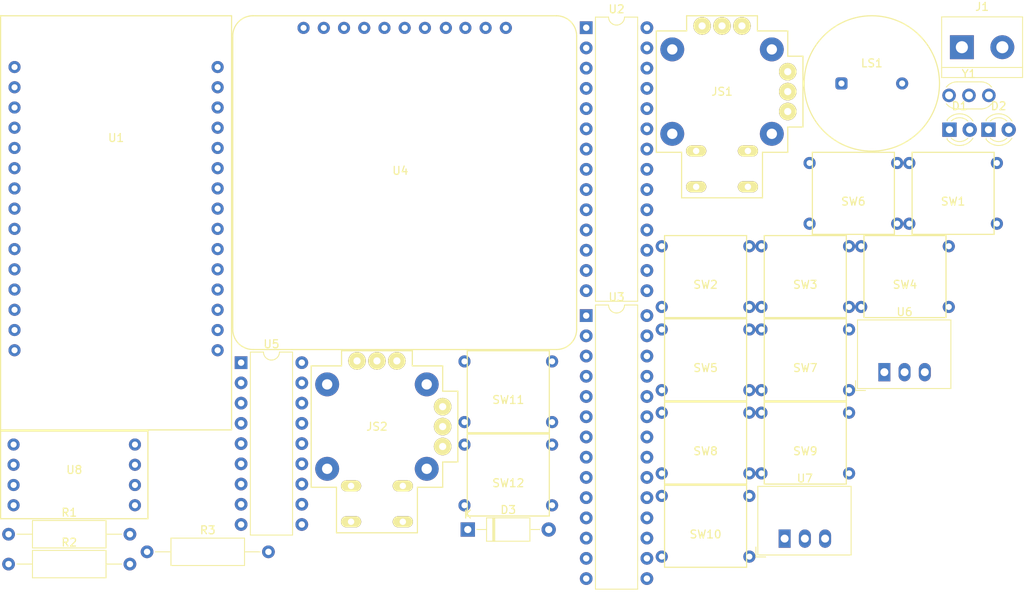
<source format=kicad_pcb>
(kicad_pcb (version 20171130) (host pcbnew "(5.0.0)")

  (general
    (thickness 1.6)
    (drawings 0)
    (tracks 0)
    (zones 0)
    (modules 31)
    (nets 112)
  )

  (page A4)
  (layers
    (0 F.Cu signal)
    (31 B.Cu signal)
    (32 B.Adhes user)
    (33 F.Adhes user)
    (34 B.Paste user)
    (35 F.Paste user)
    (36 B.SilkS user)
    (37 F.SilkS user)
    (38 B.Mask user)
    (39 F.Mask user)
    (40 Dwgs.User user)
    (41 Cmts.User user)
    (42 Eco1.User user)
    (43 Eco2.User user)
    (44 Edge.Cuts user)
    (45 Margin user)
    (46 B.CrtYd user)
    (47 F.CrtYd user)
    (48 B.Fab user)
    (49 F.Fab user)
  )

  (setup
    (last_trace_width 0.25)
    (trace_clearance 0.2)
    (zone_clearance 0.508)
    (zone_45_only no)
    (trace_min 0.2)
    (segment_width 0.2)
    (edge_width 0.15)
    (via_size 0.8)
    (via_drill 0.4)
    (via_min_size 0.4)
    (via_min_drill 0.3)
    (uvia_size 0.3)
    (uvia_drill 0.1)
    (uvias_allowed no)
    (uvia_min_size 0.2)
    (uvia_min_drill 0.1)
    (pcb_text_width 0.3)
    (pcb_text_size 1.5 1.5)
    (mod_edge_width 0.15)
    (mod_text_size 1 1)
    (mod_text_width 0.15)
    (pad_size 1.524 1.524)
    (pad_drill 0.762)
    (pad_to_mask_clearance 0.2)
    (aux_axis_origin 0 0)
    (visible_elements 7FFFF7FF)
    (pcbplotparams
      (layerselection 0x010fc_ffffffff)
      (usegerberextensions false)
      (usegerberattributes false)
      (usegerberadvancedattributes false)
      (creategerberjobfile false)
      (excludeedgelayer true)
      (linewidth 0.100000)
      (plotframeref false)
      (viasonmask false)
      (mode 1)
      (useauxorigin false)
      (hpglpennumber 1)
      (hpglpenspeed 20)
      (hpglpendiameter 15.000000)
      (psnegative false)
      (psa4output false)
      (plotreference true)
      (plotvalue true)
      (plotinvisibletext false)
      (padsonsilk false)
      (subtractmaskfromsilk false)
      (outputformat 1)
      (mirror false)
      (drillshape 1)
      (scaleselection 1)
      (outputdirectory ""))
  )

  (net 0 "")
  (net 1 +5V)
  (net 2 "Net-(D1-Pad1)")
  (net 3 "Net-(D2-Pad1)")
  (net 4 "Net-(D3-Pad2)")
  (net 5 GND)
  (net 6 "Net-(JS1-Pad7)")
  (net 7 Left_joystick_button)
  (net 8 "Net-(JS1-Pad10)")
  (net 9 Left_joystick_analog_y)
  (net 10 Left_joystick_analog_x)
  (net 11 Right_joystick_analog_x)
  (net 12 Right_joystick_analog_y)
  (net 13 "Net-(JS2-Pad10)")
  (net 14 Right_joystick_button)
  (net 15 "Net-(JS2-Pad7)")
  (net 16 "Net-(R1-Pad1)")
  (net 17 "Net-(R2-Pad1)")
  (net 18 "Net-(R3-Pad1)")
  (net 19 Button_A)
  (net 20 Button_B)
  (net 21 Button_X)
  (net 22 Button_Y)
  (net 23 Button_START)
  (net 24 Button_SELECT)
  (net 25 Button_RIGHT)
  (net 26 Button_UP)
  (net 27 Button_LEFT)
  (net 28 Button_DOWN)
  (net 29 R_Bumper)
  (net 30 L_Bumper)
  (net 31 L_trigger)
  (net 32 "Net-(U2-Pad14)")
  (net 33 R_trigger)
  (net 34 "Net-(U2-Pad13)")
  (net 35 L_joystick_analog_y)
  (net 36 SCL)
  (net 37 L_joystick_analog_x)
  (net 38 SDA)
  (net 39 R_joystick_analog_y)
  (net 40 "Net-(U2-Pad10)")
  (net 41 R_joystick_analog_x)
  (net 42 "Net-(U2-Pad9)")
  (net 43 "Net-(U2-Pad21)")
  (net 44 "Net-(U2-Pad20)")
  (net 45 "Net-(U2-Pad6)")
  (net 46 "Net-(U2-Pad19)")
  (net 47 "Net-(U2-Pad5)")
  (net 48 "Net-(U2-Pad18)")
  (net 49 "Net-(U2-Pad4)")
  (net 50 "Net-(U2-Pad17)")
  (net 51 "Net-(U2-Pad3)")
  (net 52 "Net-(U2-Pad16)")
  (net 53 "Net-(U2-Pad2)")
  (net 54 "Net-(U2-Pad15)")
  (net 55 "Net-(U2-Pad1)")
  (net 56 "Net-(U3-Pad1)")
  (net 57 Calib)
  (net 58 R_joystick_button)
  (net 59 L_joystick_button)
  (net 60 "Net-(U3-Pad19)")
  (net 61 "Net-(U3-Pad20)")
  (net 62 "Net-(U3-Pad9)")
  (net 63 "Net-(U3-Pad11)")
  (net 64 "Net-(U3-Pad14)")
  (net 65 Connected)
  (net 66 "Net-(U5-Pad10)")
  (net 67 Power)
  (net 68 "Net-(U5-Pad11)")
  (net 69 Buzzer)
  (net 70 "Net-(U5-Pad12)")
  (net 71 "Net-(U5-Pad4)")
  (net 72 "Net-(U5-Pad13)")
  (net 73 "Net-(U5-Pad5)")
  (net 74 "Net-(U5-Pad14)")
  (net 75 "Net-(U5-Pad6)")
  (net 76 "Net-(U5-Pad15)")
  (net 77 "Net-(U5-Pad7)")
  (net 78 "Net-(U5-Pad8)")
  (net 79 +3.3V)
  (net 80 +10V)
  (net 81 "Net-(U1-Pad1)")
  (net 82 "Net-(U1-Pad2)")
  (net 83 "Net-(U1-Pad3)")
  (net 84 "Net-(U1-Pad4)")
  (net 85 "Net-(U1-Pad5)")
  (net 86 "Net-(U1-Pad6)")
  (net 87 SDCS)
  (net 88 RESET)
  (net 89 DC)
  (net 90 OLEDCS)
  (net 91 SCK)
  (net 92 MISO)
  (net 93 MOSI)
  (net 94 "Net-(U1-Pad30)")
  (net 95 "Net-(U1-Pad19)")
  (net 96 "Net-(U1-Pad21)")
  (net 97 "Net-(U1-Pad29)")
  (net 98 RX_ESP32)
  (net 99 "Net-(U1-Pad20)")
  (net 100 "Net-(U1-Pad18)")
  (net 101 "Net-(U1-Pad23)")
  (net 102 "Net-(U1-Pad17)")
  (net 103 TX_ESP32)
  (net 104 "Net-(U1-Pad16)")
  (net 105 "Net-(U1-Pad22)")
  (net 106 "Net-(U4-Pad8)")
  (net 107 "Net-(U4-Pad9)")
  (net 108 RX_Atmega)
  (net 109 TX_Atmega)
  (net 110 "Net-(U8-Pad4)")
  (net 111 3.3V)

  (net_class Default "Ceci est la Netclass par défaut."
    (clearance 0.2)
    (trace_width 0.25)
    (via_dia 0.8)
    (via_drill 0.4)
    (uvia_dia 0.3)
    (uvia_drill 0.1)
    (add_net +10V)
    (add_net +3.3V)
    (add_net +5V)
    (add_net 3.3V)
    (add_net Button_A)
    (add_net Button_B)
    (add_net Button_DOWN)
    (add_net Button_LEFT)
    (add_net Button_RIGHT)
    (add_net Button_SELECT)
    (add_net Button_START)
    (add_net Button_UP)
    (add_net Button_X)
    (add_net Button_Y)
    (add_net Buzzer)
    (add_net Calib)
    (add_net Connected)
    (add_net DC)
    (add_net GND)
    (add_net L_Bumper)
    (add_net L_joystick_analog_x)
    (add_net L_joystick_analog_y)
    (add_net L_joystick_button)
    (add_net L_trigger)
    (add_net Left_joystick_analog_x)
    (add_net Left_joystick_analog_y)
    (add_net Left_joystick_button)
    (add_net MISO)
    (add_net MOSI)
    (add_net "Net-(D1-Pad1)")
    (add_net "Net-(D2-Pad1)")
    (add_net "Net-(D3-Pad2)")
    (add_net "Net-(JS1-Pad10)")
    (add_net "Net-(JS1-Pad7)")
    (add_net "Net-(JS2-Pad10)")
    (add_net "Net-(JS2-Pad7)")
    (add_net "Net-(R1-Pad1)")
    (add_net "Net-(R2-Pad1)")
    (add_net "Net-(R3-Pad1)")
    (add_net "Net-(U1-Pad1)")
    (add_net "Net-(U1-Pad16)")
    (add_net "Net-(U1-Pad17)")
    (add_net "Net-(U1-Pad18)")
    (add_net "Net-(U1-Pad19)")
    (add_net "Net-(U1-Pad2)")
    (add_net "Net-(U1-Pad20)")
    (add_net "Net-(U1-Pad21)")
    (add_net "Net-(U1-Pad22)")
    (add_net "Net-(U1-Pad23)")
    (add_net "Net-(U1-Pad29)")
    (add_net "Net-(U1-Pad3)")
    (add_net "Net-(U1-Pad30)")
    (add_net "Net-(U1-Pad4)")
    (add_net "Net-(U1-Pad5)")
    (add_net "Net-(U1-Pad6)")
    (add_net "Net-(U2-Pad1)")
    (add_net "Net-(U2-Pad10)")
    (add_net "Net-(U2-Pad13)")
    (add_net "Net-(U2-Pad14)")
    (add_net "Net-(U2-Pad15)")
    (add_net "Net-(U2-Pad16)")
    (add_net "Net-(U2-Pad17)")
    (add_net "Net-(U2-Pad18)")
    (add_net "Net-(U2-Pad19)")
    (add_net "Net-(U2-Pad2)")
    (add_net "Net-(U2-Pad20)")
    (add_net "Net-(U2-Pad21)")
    (add_net "Net-(U2-Pad3)")
    (add_net "Net-(U2-Pad4)")
    (add_net "Net-(U2-Pad5)")
    (add_net "Net-(U2-Pad6)")
    (add_net "Net-(U2-Pad9)")
    (add_net "Net-(U3-Pad1)")
    (add_net "Net-(U3-Pad11)")
    (add_net "Net-(U3-Pad14)")
    (add_net "Net-(U3-Pad19)")
    (add_net "Net-(U3-Pad20)")
    (add_net "Net-(U3-Pad9)")
    (add_net "Net-(U4-Pad8)")
    (add_net "Net-(U4-Pad9)")
    (add_net "Net-(U5-Pad10)")
    (add_net "Net-(U5-Pad11)")
    (add_net "Net-(U5-Pad12)")
    (add_net "Net-(U5-Pad13)")
    (add_net "Net-(U5-Pad14)")
    (add_net "Net-(U5-Pad15)")
    (add_net "Net-(U5-Pad4)")
    (add_net "Net-(U5-Pad5)")
    (add_net "Net-(U5-Pad6)")
    (add_net "Net-(U5-Pad7)")
    (add_net "Net-(U5-Pad8)")
    (add_net "Net-(U8-Pad4)")
    (add_net OLEDCS)
    (add_net Power)
    (add_net RESET)
    (add_net RX_Atmega)
    (add_net RX_ESP32)
    (add_net R_Bumper)
    (add_net R_joystick_analog_x)
    (add_net R_joystick_analog_y)
    (add_net R_joystick_button)
    (add_net R_trigger)
    (add_net Right_joystick_analog_x)
    (add_net Right_joystick_analog_y)
    (add_net Right_joystick_button)
    (add_net SCK)
    (add_net SCL)
    (add_net SDA)
    (add_net SDCS)
    (add_net TX_Atmega)
    (add_net TX_ESP32)
  )

  (module LED_THT:LED_D3.0mm (layer F.Cu) (tedit 587A3A7B) (tstamp 5CC45DEA)
    (at 209.385001 70.255001)
    (descr "LED, diameter 3.0mm, 2 pins")
    (tags "LED diameter 3.0mm 2 pins")
    (path /5C83283C)
    (fp_text reference D1 (at 1.27 -2.96) (layer F.SilkS)
      (effects (font (size 1 1) (thickness 0.15)))
    )
    (fp_text value LED_B (at 1.27 2.96) (layer F.Fab)
      (effects (font (size 1 1) (thickness 0.15)))
    )
    (fp_arc (start 1.27 0) (end -0.23 -1.16619) (angle 284.3) (layer F.Fab) (width 0.1))
    (fp_arc (start 1.27 0) (end -0.29 -1.235516) (angle 108.8) (layer F.SilkS) (width 0.12))
    (fp_arc (start 1.27 0) (end -0.29 1.235516) (angle -108.8) (layer F.SilkS) (width 0.12))
    (fp_arc (start 1.27 0) (end 0.229039 -1.08) (angle 87.9) (layer F.SilkS) (width 0.12))
    (fp_arc (start 1.27 0) (end 0.229039 1.08) (angle -87.9) (layer F.SilkS) (width 0.12))
    (fp_circle (center 1.27 0) (end 2.77 0) (layer F.Fab) (width 0.1))
    (fp_line (start -0.23 -1.16619) (end -0.23 1.16619) (layer F.Fab) (width 0.1))
    (fp_line (start -0.29 -1.236) (end -0.29 -1.08) (layer F.SilkS) (width 0.12))
    (fp_line (start -0.29 1.08) (end -0.29 1.236) (layer F.SilkS) (width 0.12))
    (fp_line (start -1.15 -2.25) (end -1.15 2.25) (layer F.CrtYd) (width 0.05))
    (fp_line (start -1.15 2.25) (end 3.7 2.25) (layer F.CrtYd) (width 0.05))
    (fp_line (start 3.7 2.25) (end 3.7 -2.25) (layer F.CrtYd) (width 0.05))
    (fp_line (start 3.7 -2.25) (end -1.15 -2.25) (layer F.CrtYd) (width 0.05))
    (pad 1 thru_hole rect (at 0 0) (size 1.8 1.8) (drill 0.9) (layers *.Cu *.Mask)
      (net 2 "Net-(D1-Pad1)"))
    (pad 2 thru_hole circle (at 2.54 0) (size 1.8 1.8) (drill 0.9) (layers *.Cu *.Mask)
      (net 1 +5V))
    (model ${KISYS3DMOD}/LED_THT.3dshapes/LED_D3.0mm.wrl
      (at (xyz 0 0 0))
      (scale (xyz 1 1 1))
      (rotate (xyz 0 0 0))
    )
  )

  (module LED_THT:LED_D3.0mm (layer F.Cu) (tedit 587A3A7B) (tstamp 5CC45DFD)
    (at 214.285001 70.255001)
    (descr "LED, diameter 3.0mm, 2 pins")
    (tags "LED diameter 3.0mm 2 pins")
    (path /5C86BA29)
    (fp_text reference D2 (at 1.27 -2.96) (layer F.SilkS)
      (effects (font (size 1 1) (thickness 0.15)))
    )
    (fp_text value LED_R (at 1.27 2.96) (layer F.Fab)
      (effects (font (size 1 1) (thickness 0.15)))
    )
    (fp_line (start 3.7 -2.25) (end -1.15 -2.25) (layer F.CrtYd) (width 0.05))
    (fp_line (start 3.7 2.25) (end 3.7 -2.25) (layer F.CrtYd) (width 0.05))
    (fp_line (start -1.15 2.25) (end 3.7 2.25) (layer F.CrtYd) (width 0.05))
    (fp_line (start -1.15 -2.25) (end -1.15 2.25) (layer F.CrtYd) (width 0.05))
    (fp_line (start -0.29 1.08) (end -0.29 1.236) (layer F.SilkS) (width 0.12))
    (fp_line (start -0.29 -1.236) (end -0.29 -1.08) (layer F.SilkS) (width 0.12))
    (fp_line (start -0.23 -1.16619) (end -0.23 1.16619) (layer F.Fab) (width 0.1))
    (fp_circle (center 1.27 0) (end 2.77 0) (layer F.Fab) (width 0.1))
    (fp_arc (start 1.27 0) (end 0.229039 1.08) (angle -87.9) (layer F.SilkS) (width 0.12))
    (fp_arc (start 1.27 0) (end 0.229039 -1.08) (angle 87.9) (layer F.SilkS) (width 0.12))
    (fp_arc (start 1.27 0) (end -0.29 1.235516) (angle -108.8) (layer F.SilkS) (width 0.12))
    (fp_arc (start 1.27 0) (end -0.29 -1.235516) (angle 108.8) (layer F.SilkS) (width 0.12))
    (fp_arc (start 1.27 0) (end -0.23 -1.16619) (angle 284.3) (layer F.Fab) (width 0.1))
    (pad 2 thru_hole circle (at 2.54 0) (size 1.8 1.8) (drill 0.9) (layers *.Cu *.Mask)
      (net 1 +5V))
    (pad 1 thru_hole rect (at 0 0) (size 1.8 1.8) (drill 0.9) (layers *.Cu *.Mask)
      (net 3 "Net-(D2-Pad1)"))
    (model ${KISYS3DMOD}/LED_THT.3dshapes/LED_D3.0mm.wrl
      (at (xyz 0 0 0))
      (scale (xyz 1 1 1))
      (rotate (xyz 0 0 0))
    )
  )

  (module Diode_THT:D_A-405_P10.16mm_Horizontal (layer F.Cu) (tedit 5AE50CD5) (tstamp 5CC45E1C)
    (at 148.905001 120.465001)
    (descr "Diode, A-405 series, Axial, Horizontal, pin pitch=10.16mm, , length*diameter=5.2*2.7mm^2, , http://www.diodes.com/_files/packages/A-405.pdf")
    (tags "Diode A-405 series Axial Horizontal pin pitch 10.16mm  length 5.2mm diameter 2.7mm")
    (path /5C878C9C)
    (fp_text reference D3 (at 5.08 -2.47) (layer F.SilkS)
      (effects (font (size 1 1) (thickness 0.15)))
    )
    (fp_text value D (at 5.08 2.47) (layer F.Fab)
      (effects (font (size 1 1) (thickness 0.15)))
    )
    (fp_line (start 2.48 -1.35) (end 2.48 1.35) (layer F.Fab) (width 0.1))
    (fp_line (start 2.48 1.35) (end 7.68 1.35) (layer F.Fab) (width 0.1))
    (fp_line (start 7.68 1.35) (end 7.68 -1.35) (layer F.Fab) (width 0.1))
    (fp_line (start 7.68 -1.35) (end 2.48 -1.35) (layer F.Fab) (width 0.1))
    (fp_line (start 0 0) (end 2.48 0) (layer F.Fab) (width 0.1))
    (fp_line (start 10.16 0) (end 7.68 0) (layer F.Fab) (width 0.1))
    (fp_line (start 3.26 -1.35) (end 3.26 1.35) (layer F.Fab) (width 0.1))
    (fp_line (start 3.36 -1.35) (end 3.36 1.35) (layer F.Fab) (width 0.1))
    (fp_line (start 3.16 -1.35) (end 3.16 1.35) (layer F.Fab) (width 0.1))
    (fp_line (start 2.36 -1.47) (end 2.36 1.47) (layer F.SilkS) (width 0.12))
    (fp_line (start 2.36 1.47) (end 7.8 1.47) (layer F.SilkS) (width 0.12))
    (fp_line (start 7.8 1.47) (end 7.8 -1.47) (layer F.SilkS) (width 0.12))
    (fp_line (start 7.8 -1.47) (end 2.36 -1.47) (layer F.SilkS) (width 0.12))
    (fp_line (start 1.14 0) (end 2.36 0) (layer F.SilkS) (width 0.12))
    (fp_line (start 9.02 0) (end 7.8 0) (layer F.SilkS) (width 0.12))
    (fp_line (start 3.26 -1.47) (end 3.26 1.47) (layer F.SilkS) (width 0.12))
    (fp_line (start 3.38 -1.47) (end 3.38 1.47) (layer F.SilkS) (width 0.12))
    (fp_line (start 3.14 -1.47) (end 3.14 1.47) (layer F.SilkS) (width 0.12))
    (fp_line (start -1.15 -1.6) (end -1.15 1.6) (layer F.CrtYd) (width 0.05))
    (fp_line (start -1.15 1.6) (end 11.31 1.6) (layer F.CrtYd) (width 0.05))
    (fp_line (start 11.31 1.6) (end 11.31 -1.6) (layer F.CrtYd) (width 0.05))
    (fp_line (start 11.31 -1.6) (end -1.15 -1.6) (layer F.CrtYd) (width 0.05))
    (fp_text user %R (at 5.47 0) (layer F.Fab)
      (effects (font (size 1 1) (thickness 0.15)))
    )
    (fp_text user K (at 0 -1.9) (layer F.Fab)
      (effects (font (size 1 1) (thickness 0.15)))
    )
    (fp_text user K (at 0 -1.9) (layer F.SilkS)
      (effects (font (size 1 1) (thickness 0.15)))
    )
    (pad 1 thru_hole rect (at 0 0) (size 1.8 1.8) (drill 0.9) (layers *.Cu *.Mask)
      (net 1 +5V))
    (pad 2 thru_hole oval (at 10.16 0) (size 1.8 1.8) (drill 0.9) (layers *.Cu *.Mask)
      (net 4 "Net-(D3-Pad2)"))
    (model ${KISYS3DMOD}/Diode_THT.3dshapes/D_A-405_P10.16mm_Horizontal.wrl
      (at (xyz 0 0 0))
      (scale (xyz 1 1 1))
      (rotate (xyz 0 0 0))
    )
  )

  (module TerminalBlock:TerminalBlock_bornier-2_P5.08mm (layer F.Cu) (tedit 59FF03AB) (tstamp 5CC45E31)
    (at 210.945001 59.905001)
    (descr "simple 2-pin terminal block, pitch 5.08mm, revamped version of bornier2")
    (tags "terminal block bornier2")
    (path /5CB34D45)
    (fp_text reference J1 (at 2.54 -5.08) (layer F.SilkS)
      (effects (font (size 1 1) (thickness 0.15)))
    )
    (fp_text value Power (at 2.54 5.08) (layer F.Fab)
      (effects (font (size 1 1) (thickness 0.15)))
    )
    (fp_text user %R (at 2.54 0) (layer F.Fab)
      (effects (font (size 1 1) (thickness 0.15)))
    )
    (fp_line (start -2.41 2.55) (end 7.49 2.55) (layer F.Fab) (width 0.1))
    (fp_line (start -2.46 -3.75) (end -2.46 3.75) (layer F.Fab) (width 0.1))
    (fp_line (start -2.46 3.75) (end 7.54 3.75) (layer F.Fab) (width 0.1))
    (fp_line (start 7.54 3.75) (end 7.54 -3.75) (layer F.Fab) (width 0.1))
    (fp_line (start 7.54 -3.75) (end -2.46 -3.75) (layer F.Fab) (width 0.1))
    (fp_line (start 7.62 2.54) (end -2.54 2.54) (layer F.SilkS) (width 0.12))
    (fp_line (start 7.62 3.81) (end 7.62 -3.81) (layer F.SilkS) (width 0.12))
    (fp_line (start 7.62 -3.81) (end -2.54 -3.81) (layer F.SilkS) (width 0.12))
    (fp_line (start -2.54 -3.81) (end -2.54 3.81) (layer F.SilkS) (width 0.12))
    (fp_line (start -2.54 3.81) (end 7.62 3.81) (layer F.SilkS) (width 0.12))
    (fp_line (start -2.71 -4) (end 7.79 -4) (layer F.CrtYd) (width 0.05))
    (fp_line (start -2.71 -4) (end -2.71 4) (layer F.CrtYd) (width 0.05))
    (fp_line (start 7.79 4) (end 7.79 -4) (layer F.CrtYd) (width 0.05))
    (fp_line (start 7.79 4) (end -2.71 4) (layer F.CrtYd) (width 0.05))
    (pad 1 thru_hole rect (at 0 0) (size 3 3) (drill 1.52) (layers *.Cu *.Mask)
      (net 5 GND))
    (pad 2 thru_hole circle (at 5.08 0) (size 3 3) (drill 1.52) (layers *.Cu *.Mask)
      (net 80 +10V))
    (model ${KISYS3DMOD}/TerminalBlock.3dshapes/TerminalBlock_bornier-2_P5.08mm.wrl
      (offset (xyz 2.539999961853027 0 0))
      (scale (xyz 1 1 1))
      (rotate (xyz 0 0 0))
    )
  )

  (module Polymanette_2018:Joystick_RSF_2-axis (layer F.Cu) (tedit 5B27CA12) (tstamp 5CC45E53)
    (at 180.830001 65.480001)
    (path /5C7D4903)
    (fp_text reference JS1 (at 0 0) (layer F.SilkS)
      (effects (font (size 1 1) (thickness 0.15)))
    )
    (fp_text value Joystick_RSF_2-Axis (at 0 -10.795) (layer F.Fab) hide
      (effects (font (size 1 1) (thickness 0.15)))
    )
    (fp_line (start 4.445 -9.525) (end -4.445 -9.525) (layer F.SilkS) (width 0.15))
    (fp_line (start 4.445 -7.62) (end 4.445 -9.525) (layer F.SilkS) (width 0.15))
    (fp_line (start 8.255 -7.62) (end 4.445 -7.62) (layer F.SilkS) (width 0.15))
    (fp_line (start 8.255 -4.445) (end 8.255 -7.62) (layer F.SilkS) (width 0.15))
    (fp_line (start 10.16 -4.445) (end 8.255 -4.445) (layer F.SilkS) (width 0.15))
    (fp_line (start 10.16 4.445) (end 10.16 -4.445) (layer F.SilkS) (width 0.15))
    (fp_line (start 8.255 4.445) (end 10.16 4.445) (layer F.SilkS) (width 0.15))
    (fp_line (start 8.255 7.62) (end 8.255 4.445) (layer F.SilkS) (width 0.15))
    (fp_line (start 5.08 7.62) (end 8.255 7.62) (layer F.SilkS) (width 0.15))
    (fp_line (start 5.08 13.335) (end 5.08 7.62) (layer F.SilkS) (width 0.15))
    (fp_line (start -5.08 13.335) (end 5.08 13.335) (layer F.SilkS) (width 0.15))
    (fp_line (start -5.08 7.62) (end -5.08 13.335) (layer F.SilkS) (width 0.15))
    (fp_line (start -8.255 7.62) (end -5.08 7.62) (layer F.SilkS) (width 0.15))
    (fp_line (start -8.255 -7.62) (end -8.255 7.62) (layer F.SilkS) (width 0.15))
    (fp_line (start -4.445 -7.62) (end -8.255 -7.62) (layer F.SilkS) (width 0.15))
    (fp_line (start -4.445 -9.525) (end -4.445 -7.62) (layer F.SilkS) (width 0.15))
    (pad 7 thru_hole oval (at 3.25 11.95) (size 2.54 1.4) (drill 0.8) (layers *.Cu *.Mask F.SilkS)
      (net 6 "Net-(JS1-Pad7)"))
    (pad 8 thru_hole oval (at -3.25 11.95) (size 2.54 1.4) (drill 0.8) (layers *.Cu *.Mask F.SilkS)
      (net 7 Left_joystick_button))
    (pad 10 thru_hole oval (at -3.25 7.45) (size 2.54 1.4) (drill 0.8) (layers *.Cu *.Mask F.SilkS)
      (net 8 "Net-(JS1-Pad10)"))
    (pad 9 thru_hole oval (at 3.25 7.45) (size 2.54 1.4) (drill 0.8) (layers *.Cu *.Mask F.SilkS)
      (net 5 GND))
    (pad "" np_thru_hole circle (at -6.25 5.3) (size 3 3) (drill 1.3) (layers *.Cu *.Mask))
    (pad "" np_thru_hole circle (at -6.25 -5.3) (size 3 3) (drill 1.3) (layers *.Cu *.Mask))
    (pad "" np_thru_hole circle (at 6.25 -5.3) (size 3 3) (drill 1.3) (layers *.Cu *.Mask))
    (pad "" np_thru_hole circle (at 6.25 5.3) (size 3 3) (drill 1.3) (layers *.Cu *.Mask))
    (pad 6 thru_hole circle (at -2.5 -8.25) (size 2.2 2.2) (drill 0.9) (layers *.Cu *.Mask F.SilkS)
      (net 5 GND))
    (pad 4 thru_hole circle (at 2.5 -8.25) (size 2.2 2.2) (drill 0.9) (layers *.Cu *.Mask F.SilkS)
      (net 1 +5V))
    (pad 5 thru_hole circle (at 0 -8.25) (size 2.2 2.2) (drill 0.9) (layers *.Cu *.Mask F.SilkS)
      (net 9 Left_joystick_analog_y))
    (pad 1 thru_hole circle (at 8.25 -2.5) (size 2.2 2.2) (drill 0.9) (layers *.Cu *.Mask F.SilkS)
      (net 1 +5V))
    (pad 2 thru_hole circle (at 8.25 0) (size 2.2 2.2) (drill 0.9) (layers *.Cu *.Mask F.SilkS)
      (net 10 Left_joystick_analog_x))
    (pad 3 thru_hole circle (at 8.25 2.5) (size 2.2 2.2) (drill 0.9) (layers *.Cu *.Mask F.SilkS)
      (net 5 GND))
  )

  (module Polymanette_2018:Joystick_RSF_2-axis (layer F.Cu) (tedit 5B27CA12) (tstamp 5CC45E75)
    (at 137.500001 107.540001)
    (path /5C7D49EC)
    (fp_text reference JS2 (at 0 0) (layer F.SilkS)
      (effects (font (size 1 1) (thickness 0.15)))
    )
    (fp_text value Joystick_RSF_2-Axis (at 0 -10.795) (layer F.Fab) hide
      (effects (font (size 1 1) (thickness 0.15)))
    )
    (fp_line (start -4.445 -9.525) (end -4.445 -7.62) (layer F.SilkS) (width 0.15))
    (fp_line (start -4.445 -7.62) (end -8.255 -7.62) (layer F.SilkS) (width 0.15))
    (fp_line (start -8.255 -7.62) (end -8.255 7.62) (layer F.SilkS) (width 0.15))
    (fp_line (start -8.255 7.62) (end -5.08 7.62) (layer F.SilkS) (width 0.15))
    (fp_line (start -5.08 7.62) (end -5.08 13.335) (layer F.SilkS) (width 0.15))
    (fp_line (start -5.08 13.335) (end 5.08 13.335) (layer F.SilkS) (width 0.15))
    (fp_line (start 5.08 13.335) (end 5.08 7.62) (layer F.SilkS) (width 0.15))
    (fp_line (start 5.08 7.62) (end 8.255 7.62) (layer F.SilkS) (width 0.15))
    (fp_line (start 8.255 7.62) (end 8.255 4.445) (layer F.SilkS) (width 0.15))
    (fp_line (start 8.255 4.445) (end 10.16 4.445) (layer F.SilkS) (width 0.15))
    (fp_line (start 10.16 4.445) (end 10.16 -4.445) (layer F.SilkS) (width 0.15))
    (fp_line (start 10.16 -4.445) (end 8.255 -4.445) (layer F.SilkS) (width 0.15))
    (fp_line (start 8.255 -4.445) (end 8.255 -7.62) (layer F.SilkS) (width 0.15))
    (fp_line (start 8.255 -7.62) (end 4.445 -7.62) (layer F.SilkS) (width 0.15))
    (fp_line (start 4.445 -7.62) (end 4.445 -9.525) (layer F.SilkS) (width 0.15))
    (fp_line (start 4.445 -9.525) (end -4.445 -9.525) (layer F.SilkS) (width 0.15))
    (pad 3 thru_hole circle (at 8.25 2.5) (size 2.2 2.2) (drill 0.9) (layers *.Cu *.Mask F.SilkS)
      (net 5 GND))
    (pad 2 thru_hole circle (at 8.25 0) (size 2.2 2.2) (drill 0.9) (layers *.Cu *.Mask F.SilkS)
      (net 11 Right_joystick_analog_x))
    (pad 1 thru_hole circle (at 8.25 -2.5) (size 2.2 2.2) (drill 0.9) (layers *.Cu *.Mask F.SilkS)
      (net 1 +5V))
    (pad 5 thru_hole circle (at 0 -8.25) (size 2.2 2.2) (drill 0.9) (layers *.Cu *.Mask F.SilkS)
      (net 12 Right_joystick_analog_y))
    (pad 4 thru_hole circle (at 2.5 -8.25) (size 2.2 2.2) (drill 0.9) (layers *.Cu *.Mask F.SilkS)
      (net 1 +5V))
    (pad 6 thru_hole circle (at -2.5 -8.25) (size 2.2 2.2) (drill 0.9) (layers *.Cu *.Mask F.SilkS)
      (net 5 GND))
    (pad "" np_thru_hole circle (at 6.25 5.3) (size 3 3) (drill 1.3) (layers *.Cu *.Mask))
    (pad "" np_thru_hole circle (at 6.25 -5.3) (size 3 3) (drill 1.3) (layers *.Cu *.Mask))
    (pad "" np_thru_hole circle (at -6.25 -5.3) (size 3 3) (drill 1.3) (layers *.Cu *.Mask))
    (pad "" np_thru_hole circle (at -6.25 5.3) (size 3 3) (drill 1.3) (layers *.Cu *.Mask))
    (pad 9 thru_hole oval (at 3.25 7.45) (size 2.54 1.4) (drill 0.8) (layers *.Cu *.Mask F.SilkS)
      (net 5 GND))
    (pad 10 thru_hole oval (at -3.25 7.45) (size 2.54 1.4) (drill 0.8) (layers *.Cu *.Mask F.SilkS)
      (net 13 "Net-(JS2-Pad10)"))
    (pad 8 thru_hole oval (at -3.25 11.95) (size 2.54 1.4) (drill 0.8) (layers *.Cu *.Mask F.SilkS)
      (net 14 Right_joystick_button))
    (pad 7 thru_hole oval (at 3.25 11.95) (size 2.54 1.4) (drill 0.8) (layers *.Cu *.Mask F.SilkS)
      (net 15 "Net-(JS2-Pad7)"))
  )

  (module Buzzer_Beeper:Buzzer_T135 (layer F.Cu) (tedit 5CA6F7C5) (tstamp 5CC45E7C)
    (at 199.635001 64.455001)
    (path /5C7D5866)
    (fp_text reference LS1 (at 0 -2.54) (layer F.SilkS)
      (effects (font (size 1 1) (thickness 0.15)))
    )
    (fp_text value Speaker (at 0 -4.572) (layer F.Fab)
      (effects (font (size 1 1) (thickness 0.15)))
    )
    (fp_circle (center 0 0) (end 8.5 0) (layer F.SilkS) (width 0.15))
    (pad + thru_hole roundrect (at -3.81 0) (size 1.524 1.524) (drill 0.762) (layers *.Cu *.Mask) (roundrect_rratio 0.25))
    (pad - thru_hole circle (at 3.81 0) (size 1.524 1.524) (drill 0.762) (layers *.Cu *.Mask))
  )

  (module Resistor_THT:R_Axial_DIN0309_L9.0mm_D3.2mm_P15.24mm_Horizontal (layer F.Cu) (tedit 5AE5139B) (tstamp 5CC45E93)
    (at 91.245001 121.055001)
    (descr "Resistor, Axial_DIN0309 series, Axial, Horizontal, pin pitch=15.24mm, 0.5W = 1/2W, length*diameter=9*3.2mm^2, http://cdn-reichelt.de/documents/datenblatt/B400/1_4W%23YAG.pdf")
    (tags "Resistor Axial_DIN0309 series Axial Horizontal pin pitch 15.24mm 0.5W = 1/2W length 9mm diameter 3.2mm")
    (path /5C8328E9)
    (fp_text reference R1 (at 7.62 -2.72) (layer F.SilkS)
      (effects (font (size 1 1) (thickness 0.15)))
    )
    (fp_text value R (at 7.62 2.72) (layer F.Fab)
      (effects (font (size 1 1) (thickness 0.15)))
    )
    (fp_line (start 3.12 -1.6) (end 3.12 1.6) (layer F.Fab) (width 0.1))
    (fp_line (start 3.12 1.6) (end 12.12 1.6) (layer F.Fab) (width 0.1))
    (fp_line (start 12.12 1.6) (end 12.12 -1.6) (layer F.Fab) (width 0.1))
    (fp_line (start 12.12 -1.6) (end 3.12 -1.6) (layer F.Fab) (width 0.1))
    (fp_line (start 0 0) (end 3.12 0) (layer F.Fab) (width 0.1))
    (fp_line (start 15.24 0) (end 12.12 0) (layer F.Fab) (width 0.1))
    (fp_line (start 3 -1.72) (end 3 1.72) (layer F.SilkS) (width 0.12))
    (fp_line (start 3 1.72) (end 12.24 1.72) (layer F.SilkS) (width 0.12))
    (fp_line (start 12.24 1.72) (end 12.24 -1.72) (layer F.SilkS) (width 0.12))
    (fp_line (start 12.24 -1.72) (end 3 -1.72) (layer F.SilkS) (width 0.12))
    (fp_line (start 1.04 0) (end 3 0) (layer F.SilkS) (width 0.12))
    (fp_line (start 14.2 0) (end 12.24 0) (layer F.SilkS) (width 0.12))
    (fp_line (start -1.05 -1.85) (end -1.05 1.85) (layer F.CrtYd) (width 0.05))
    (fp_line (start -1.05 1.85) (end 16.29 1.85) (layer F.CrtYd) (width 0.05))
    (fp_line (start 16.29 1.85) (end 16.29 -1.85) (layer F.CrtYd) (width 0.05))
    (fp_line (start 16.29 -1.85) (end -1.05 -1.85) (layer F.CrtYd) (width 0.05))
    (fp_text user %R (at 7.62 0) (layer F.Fab)
      (effects (font (size 1 1) (thickness 0.15)))
    )
    (pad 1 thru_hole circle (at 0 0) (size 1.6 1.6) (drill 0.8) (layers *.Cu *.Mask)
      (net 16 "Net-(R1-Pad1)"))
    (pad 2 thru_hole oval (at 15.24 0) (size 1.6 1.6) (drill 0.8) (layers *.Cu *.Mask)
      (net 2 "Net-(D1-Pad1)"))
    (model ${KISYS3DMOD}/Resistor_THT.3dshapes/R_Axial_DIN0309_L9.0mm_D3.2mm_P15.24mm_Horizontal.wrl
      (at (xyz 0 0 0))
      (scale (xyz 1 1 1))
      (rotate (xyz 0 0 0))
    )
  )

  (module Resistor_THT:R_Axial_DIN0309_L9.0mm_D3.2mm_P15.24mm_Horizontal (layer F.Cu) (tedit 5AE5139B) (tstamp 5CC45EAA)
    (at 91.245001 124.805001)
    (descr "Resistor, Axial_DIN0309 series, Axial, Horizontal, pin pitch=15.24mm, 0.5W = 1/2W, length*diameter=9*3.2mm^2, http://cdn-reichelt.de/documents/datenblatt/B400/1_4W%23YAG.pdf")
    (tags "Resistor Axial_DIN0309 series Axial Horizontal pin pitch 15.24mm 0.5W = 1/2W length 9mm diameter 3.2mm")
    (path /5C86BA30)
    (fp_text reference R2 (at 7.62 -2.72) (layer F.SilkS)
      (effects (font (size 1 1) (thickness 0.15)))
    )
    (fp_text value R (at 7.62 2.72) (layer F.Fab)
      (effects (font (size 1 1) (thickness 0.15)))
    )
    (fp_line (start 3.12 -1.6) (end 3.12 1.6) (layer F.Fab) (width 0.1))
    (fp_line (start 3.12 1.6) (end 12.12 1.6) (layer F.Fab) (width 0.1))
    (fp_line (start 12.12 1.6) (end 12.12 -1.6) (layer F.Fab) (width 0.1))
    (fp_line (start 12.12 -1.6) (end 3.12 -1.6) (layer F.Fab) (width 0.1))
    (fp_line (start 0 0) (end 3.12 0) (layer F.Fab) (width 0.1))
    (fp_line (start 15.24 0) (end 12.12 0) (layer F.Fab) (width 0.1))
    (fp_line (start 3 -1.72) (end 3 1.72) (layer F.SilkS) (width 0.12))
    (fp_line (start 3 1.72) (end 12.24 1.72) (layer F.SilkS) (width 0.12))
    (fp_line (start 12.24 1.72) (end 12.24 -1.72) (layer F.SilkS) (width 0.12))
    (fp_line (start 12.24 -1.72) (end 3 -1.72) (layer F.SilkS) (width 0.12))
    (fp_line (start 1.04 0) (end 3 0) (layer F.SilkS) (width 0.12))
    (fp_line (start 14.2 0) (end 12.24 0) (layer F.SilkS) (width 0.12))
    (fp_line (start -1.05 -1.85) (end -1.05 1.85) (layer F.CrtYd) (width 0.05))
    (fp_line (start -1.05 1.85) (end 16.29 1.85) (layer F.CrtYd) (width 0.05))
    (fp_line (start 16.29 1.85) (end 16.29 -1.85) (layer F.CrtYd) (width 0.05))
    (fp_line (start 16.29 -1.85) (end -1.05 -1.85) (layer F.CrtYd) (width 0.05))
    (fp_text user %R (at 7.62 0) (layer F.Fab)
      (effects (font (size 1 1) (thickness 0.15)))
    )
    (pad 1 thru_hole circle (at 0 0) (size 1.6 1.6) (drill 0.8) (layers *.Cu *.Mask)
      (net 17 "Net-(R2-Pad1)"))
    (pad 2 thru_hole oval (at 15.24 0) (size 1.6 1.6) (drill 0.8) (layers *.Cu *.Mask)
      (net 3 "Net-(D2-Pad1)"))
    (model ${KISYS3DMOD}/Resistor_THT.3dshapes/R_Axial_DIN0309_L9.0mm_D3.2mm_P15.24mm_Horizontal.wrl
      (at (xyz 0 0 0))
      (scale (xyz 1 1 1))
      (rotate (xyz 0 0 0))
    )
  )

  (module Resistor_THT:R_Axial_DIN0309_L9.0mm_D3.2mm_P15.24mm_Horizontal (layer F.Cu) (tedit 5AE5139B) (tstamp 5CC45EC1)
    (at 108.635001 123.265001)
    (descr "Resistor, Axial_DIN0309 series, Axial, Horizontal, pin pitch=15.24mm, 0.5W = 1/2W, length*diameter=9*3.2mm^2, http://cdn-reichelt.de/documents/datenblatt/B400/1_4W%23YAG.pdf")
    (tags "Resistor Axial_DIN0309 series Axial Horizontal pin pitch 15.24mm 0.5W = 1/2W length 9mm diameter 3.2mm")
    (path /5C865F77)
    (fp_text reference R3 (at 7.62 -2.72) (layer F.SilkS)
      (effects (font (size 1 1) (thickness 0.15)))
    )
    (fp_text value R (at 7.62 2.72) (layer F.Fab)
      (effects (font (size 1 1) (thickness 0.15)))
    )
    (fp_text user %R (at 7.62 0) (layer F.Fab)
      (effects (font (size 1 1) (thickness 0.15)))
    )
    (fp_line (start 16.29 -1.85) (end -1.05 -1.85) (layer F.CrtYd) (width 0.05))
    (fp_line (start 16.29 1.85) (end 16.29 -1.85) (layer F.CrtYd) (width 0.05))
    (fp_line (start -1.05 1.85) (end 16.29 1.85) (layer F.CrtYd) (width 0.05))
    (fp_line (start -1.05 -1.85) (end -1.05 1.85) (layer F.CrtYd) (width 0.05))
    (fp_line (start 14.2 0) (end 12.24 0) (layer F.SilkS) (width 0.12))
    (fp_line (start 1.04 0) (end 3 0) (layer F.SilkS) (width 0.12))
    (fp_line (start 12.24 -1.72) (end 3 -1.72) (layer F.SilkS) (width 0.12))
    (fp_line (start 12.24 1.72) (end 12.24 -1.72) (layer F.SilkS) (width 0.12))
    (fp_line (start 3 1.72) (end 12.24 1.72) (layer F.SilkS) (width 0.12))
    (fp_line (start 3 -1.72) (end 3 1.72) (layer F.SilkS) (width 0.12))
    (fp_line (start 15.24 0) (end 12.12 0) (layer F.Fab) (width 0.1))
    (fp_line (start 0 0) (end 3.12 0) (layer F.Fab) (width 0.1))
    (fp_line (start 12.12 -1.6) (end 3.12 -1.6) (layer F.Fab) (width 0.1))
    (fp_line (start 12.12 1.6) (end 12.12 -1.6) (layer F.Fab) (width 0.1))
    (fp_line (start 3.12 1.6) (end 12.12 1.6) (layer F.Fab) (width 0.1))
    (fp_line (start 3.12 -1.6) (end 3.12 1.6) (layer F.Fab) (width 0.1))
    (pad 2 thru_hole oval (at 15.24 0) (size 1.6 1.6) (drill 0.8) (layers *.Cu *.Mask)
      (net 4 "Net-(D3-Pad2)"))
    (pad 1 thru_hole circle (at 0 0) (size 1.6 1.6) (drill 0.8) (layers *.Cu *.Mask)
      (net 18 "Net-(R3-Pad1)"))
    (model ${KISYS3DMOD}/Resistor_THT.3dshapes/R_Axial_DIN0309_L9.0mm_D3.2mm_P15.24mm_Horizontal.wrl
      (at (xyz 0 0 0))
      (scale (xyz 1 1 1))
      (rotate (xyz 0 0 0))
    )
  )

  (module Button_Switch_THT:Bouton_MEC (layer F.Cu) (tedit 5CA71F82) (tstamp 5CC45ECD)
    (at 209.842 78.255001)
    (path /5C7D4F76)
    (fp_text reference SW1 (at 0 1.016) (layer F.SilkS)
      (effects (font (size 1 1) (thickness 0.15)))
    )
    (fp_text value Button_A (at 0 -0.508) (layer F.Fab)
      (effects (font (size 1 1) (thickness 0.15)))
    )
    (fp_line (start -5.15 -5.15) (end -5.15 5.15) (layer F.SilkS) (width 0.15))
    (fp_line (start 5.15 5.15) (end 5.15 -5.15) (layer F.SilkS) (width 0.15))
    (fp_line (start 5.15 -5.15) (end -5.15 -5.15) (layer F.SilkS) (width 0.15))
    (fp_line (start -5.15 5.15) (end 5.15 5.15) (layer F.SilkS) (width 0.15))
    (pad 4 thru_hole circle (at -5.5 -3.81) (size 1.524 1.524) (drill 0.762) (layers *.Cu *.Mask))
    (pad 3 thru_hole circle (at 5.5 3.81) (size 1.524 1.524) (drill 0.762) (layers *.Cu *.Mask))
    (pad 2 thru_hole circle (at -5.5 3.81) (size 1.524 1.524) (drill 0.762) (layers *.Cu *.Mask)
      (net 5 GND))
    (pad 1 thru_hole circle (at 5.5 -3.81) (size 1.524 1.524) (drill 0.762) (layers *.Cu *.Mask)
      (net 19 Button_A))
  )

  (module Button_Switch_THT:Bouton_MEC (layer F.Cu) (tedit 5CA71F82) (tstamp 5CC45ED9)
    (at 178.762 88.705001)
    (path /5C7D4F7D)
    (fp_text reference SW2 (at 0 1.016) (layer F.SilkS)
      (effects (font (size 1 1) (thickness 0.15)))
    )
    (fp_text value Button_B (at 0 -0.508) (layer F.Fab)
      (effects (font (size 1 1) (thickness 0.15)))
    )
    (fp_line (start -5.15 5.15) (end 5.15 5.15) (layer F.SilkS) (width 0.15))
    (fp_line (start 5.15 -5.15) (end -5.15 -5.15) (layer F.SilkS) (width 0.15))
    (fp_line (start 5.15 5.15) (end 5.15 -5.15) (layer F.SilkS) (width 0.15))
    (fp_line (start -5.15 -5.15) (end -5.15 5.15) (layer F.SilkS) (width 0.15))
    (pad 1 thru_hole circle (at 5.5 -3.81) (size 1.524 1.524) (drill 0.762) (layers *.Cu *.Mask)
      (net 20 Button_B))
    (pad 2 thru_hole circle (at -5.5 3.81) (size 1.524 1.524) (drill 0.762) (layers *.Cu *.Mask)
      (net 5 GND))
    (pad 3 thru_hole circle (at 5.5 3.81) (size 1.524 1.524) (drill 0.762) (layers *.Cu *.Mask))
    (pad 4 thru_hole circle (at -5.5 -3.81) (size 1.524 1.524) (drill 0.762) (layers *.Cu *.Mask))
  )

  (module Button_Switch_THT:Bouton_MEC (layer F.Cu) (tedit 5CA71F82) (tstamp 5CC45EE5)
    (at 191.282 88.705001)
    (path /5C7D4510)
    (fp_text reference SW3 (at 0 1.016) (layer F.SilkS)
      (effects (font (size 1 1) (thickness 0.15)))
    )
    (fp_text value Button_X (at 0 -0.508) (layer F.Fab)
      (effects (font (size 1 1) (thickness 0.15)))
    )
    (fp_line (start -5.15 -5.15) (end -5.15 5.15) (layer F.SilkS) (width 0.15))
    (fp_line (start 5.15 5.15) (end 5.15 -5.15) (layer F.SilkS) (width 0.15))
    (fp_line (start 5.15 -5.15) (end -5.15 -5.15) (layer F.SilkS) (width 0.15))
    (fp_line (start -5.15 5.15) (end 5.15 5.15) (layer F.SilkS) (width 0.15))
    (pad 4 thru_hole circle (at -5.5 -3.81) (size 1.524 1.524) (drill 0.762) (layers *.Cu *.Mask))
    (pad 3 thru_hole circle (at 5.5 3.81) (size 1.524 1.524) (drill 0.762) (layers *.Cu *.Mask))
    (pad 2 thru_hole circle (at -5.5 3.81) (size 1.524 1.524) (drill 0.762) (layers *.Cu *.Mask)
      (net 5 GND))
    (pad 1 thru_hole circle (at 5.5 -3.81) (size 1.524 1.524) (drill 0.762) (layers *.Cu *.Mask)
      (net 21 Button_X))
  )

  (module Button_Switch_THT:Bouton_MEC (layer F.Cu) (tedit 5CA71F82) (tstamp 5CC45EF1)
    (at 203.802 88.705001)
    (path /5C7D45CD)
    (fp_text reference SW4 (at 0 1.016) (layer F.SilkS)
      (effects (font (size 1 1) (thickness 0.15)))
    )
    (fp_text value Button_Y (at 0 -0.508) (layer F.Fab)
      (effects (font (size 1 1) (thickness 0.15)))
    )
    (fp_line (start -5.15 5.15) (end 5.15 5.15) (layer F.SilkS) (width 0.15))
    (fp_line (start 5.15 -5.15) (end -5.15 -5.15) (layer F.SilkS) (width 0.15))
    (fp_line (start 5.15 5.15) (end 5.15 -5.15) (layer F.SilkS) (width 0.15))
    (fp_line (start -5.15 -5.15) (end -5.15 5.15) (layer F.SilkS) (width 0.15))
    (pad 1 thru_hole circle (at 5.5 -3.81) (size 1.524 1.524) (drill 0.762) (layers *.Cu *.Mask)
      (net 22 Button_Y))
    (pad 2 thru_hole circle (at -5.5 3.81) (size 1.524 1.524) (drill 0.762) (layers *.Cu *.Mask)
      (net 5 GND))
    (pad 3 thru_hole circle (at 5.5 3.81) (size 1.524 1.524) (drill 0.762) (layers *.Cu *.Mask))
    (pad 4 thru_hole circle (at -5.5 -3.81) (size 1.524 1.524) (drill 0.762) (layers *.Cu *.Mask))
  )

  (module Button_Switch_THT:Bouton_MEC (layer F.Cu) (tedit 5CA71F82) (tstamp 5CC45EFD)
    (at 178.762 99.155001)
    (path /5C7D45ED)
    (fp_text reference SW5 (at 0 1.016) (layer F.SilkS)
      (effects (font (size 1 1) (thickness 0.15)))
    )
    (fp_text value Button_START (at 0 -0.508) (layer F.Fab)
      (effects (font (size 1 1) (thickness 0.15)))
    )
    (fp_line (start -5.15 -5.15) (end -5.15 5.15) (layer F.SilkS) (width 0.15))
    (fp_line (start 5.15 5.15) (end 5.15 -5.15) (layer F.SilkS) (width 0.15))
    (fp_line (start 5.15 -5.15) (end -5.15 -5.15) (layer F.SilkS) (width 0.15))
    (fp_line (start -5.15 5.15) (end 5.15 5.15) (layer F.SilkS) (width 0.15))
    (pad 4 thru_hole circle (at -5.5 -3.81) (size 1.524 1.524) (drill 0.762) (layers *.Cu *.Mask))
    (pad 3 thru_hole circle (at 5.5 3.81) (size 1.524 1.524) (drill 0.762) (layers *.Cu *.Mask))
    (pad 2 thru_hole circle (at -5.5 3.81) (size 1.524 1.524) (drill 0.762) (layers *.Cu *.Mask)
      (net 5 GND))
    (pad 1 thru_hole circle (at 5.5 -3.81) (size 1.524 1.524) (drill 0.762) (layers *.Cu *.Mask)
      (net 23 Button_START))
  )

  (module Button_Switch_THT:Bouton_MEC (layer F.Cu) (tedit 5CA71F82) (tstamp 5CC45F09)
    (at 197.322 78.255001)
    (path /5C7D4610)
    (fp_text reference SW6 (at 0 1.016) (layer F.SilkS)
      (effects (font (size 1 1) (thickness 0.15)))
    )
    (fp_text value Button_SELECT (at 0 -0.508) (layer F.Fab)
      (effects (font (size 1 1) (thickness 0.15)))
    )
    (fp_line (start -5.15 5.15) (end 5.15 5.15) (layer F.SilkS) (width 0.15))
    (fp_line (start 5.15 -5.15) (end -5.15 -5.15) (layer F.SilkS) (width 0.15))
    (fp_line (start 5.15 5.15) (end 5.15 -5.15) (layer F.SilkS) (width 0.15))
    (fp_line (start -5.15 -5.15) (end -5.15 5.15) (layer F.SilkS) (width 0.15))
    (pad 1 thru_hole circle (at 5.5 -3.81) (size 1.524 1.524) (drill 0.762) (layers *.Cu *.Mask)
      (net 24 Button_SELECT))
    (pad 2 thru_hole circle (at -5.5 3.81) (size 1.524 1.524) (drill 0.762) (layers *.Cu *.Mask)
      (net 5 GND))
    (pad 3 thru_hole circle (at 5.5 3.81) (size 1.524 1.524) (drill 0.762) (layers *.Cu *.Mask))
    (pad 4 thru_hole circle (at -5.5 -3.81) (size 1.524 1.524) (drill 0.762) (layers *.Cu *.Mask))
  )

  (module Button_Switch_THT:Bouton_MEC (layer F.Cu) (tedit 5CA71F82) (tstamp 5CC45F15)
    (at 191.282 99.155001)
    (path /5C7E3FD7)
    (fp_text reference SW7 (at 0 1.016) (layer F.SilkS)
      (effects (font (size 1 1) (thickness 0.15)))
    )
    (fp_text value Button_RIGHT (at 0 -0.508) (layer F.Fab)
      (effects (font (size 1 1) (thickness 0.15)))
    )
    (fp_line (start -5.15 5.15) (end 5.15 5.15) (layer F.SilkS) (width 0.15))
    (fp_line (start 5.15 -5.15) (end -5.15 -5.15) (layer F.SilkS) (width 0.15))
    (fp_line (start 5.15 5.15) (end 5.15 -5.15) (layer F.SilkS) (width 0.15))
    (fp_line (start -5.15 -5.15) (end -5.15 5.15) (layer F.SilkS) (width 0.15))
    (pad 1 thru_hole circle (at 5.5 -3.81) (size 1.524 1.524) (drill 0.762) (layers *.Cu *.Mask)
      (net 25 Button_RIGHT))
    (pad 2 thru_hole circle (at -5.5 3.81) (size 1.524 1.524) (drill 0.762) (layers *.Cu *.Mask)
      (net 5 GND))
    (pad 3 thru_hole circle (at 5.5 3.81) (size 1.524 1.524) (drill 0.762) (layers *.Cu *.Mask))
    (pad 4 thru_hole circle (at -5.5 -3.81) (size 1.524 1.524) (drill 0.762) (layers *.Cu *.Mask))
  )

  (module Button_Switch_THT:Bouton_MEC (layer F.Cu) (tedit 5CA71F82) (tstamp 5CC45F21)
    (at 178.762 109.605001)
    (path /5C7E3FDE)
    (fp_text reference SW8 (at 0 1.016) (layer F.SilkS)
      (effects (font (size 1 1) (thickness 0.15)))
    )
    (fp_text value Button_UP (at 0 -0.508) (layer F.Fab)
      (effects (font (size 1 1) (thickness 0.15)))
    )
    (fp_line (start -5.15 -5.15) (end -5.15 5.15) (layer F.SilkS) (width 0.15))
    (fp_line (start 5.15 5.15) (end 5.15 -5.15) (layer F.SilkS) (width 0.15))
    (fp_line (start 5.15 -5.15) (end -5.15 -5.15) (layer F.SilkS) (width 0.15))
    (fp_line (start -5.15 5.15) (end 5.15 5.15) (layer F.SilkS) (width 0.15))
    (pad 4 thru_hole circle (at -5.5 -3.81) (size 1.524 1.524) (drill 0.762) (layers *.Cu *.Mask))
    (pad 3 thru_hole circle (at 5.5 3.81) (size 1.524 1.524) (drill 0.762) (layers *.Cu *.Mask))
    (pad 2 thru_hole circle (at -5.5 3.81) (size 1.524 1.524) (drill 0.762) (layers *.Cu *.Mask)
      (net 5 GND))
    (pad 1 thru_hole circle (at 5.5 -3.81) (size 1.524 1.524) (drill 0.762) (layers *.Cu *.Mask)
      (net 26 Button_UP))
  )

  (module Button_Switch_THT:Bouton_MEC (layer F.Cu) (tedit 5CA71F82) (tstamp 5CC45F2D)
    (at 191.282 109.605001)
    (path /5C7D4D48)
    (fp_text reference SW9 (at 0 1.016) (layer F.SilkS)
      (effects (font (size 1 1) (thickness 0.15)))
    )
    (fp_text value Button_LEFT (at 0 -0.508) (layer F.Fab)
      (effects (font (size 1 1) (thickness 0.15)))
    )
    (fp_line (start -5.15 -5.15) (end -5.15 5.15) (layer F.SilkS) (width 0.15))
    (fp_line (start 5.15 5.15) (end 5.15 -5.15) (layer F.SilkS) (width 0.15))
    (fp_line (start 5.15 -5.15) (end -5.15 -5.15) (layer F.SilkS) (width 0.15))
    (fp_line (start -5.15 5.15) (end 5.15 5.15) (layer F.SilkS) (width 0.15))
    (pad 4 thru_hole circle (at -5.5 -3.81) (size 1.524 1.524) (drill 0.762) (layers *.Cu *.Mask))
    (pad 3 thru_hole circle (at 5.5 3.81) (size 1.524 1.524) (drill 0.762) (layers *.Cu *.Mask))
    (pad 2 thru_hole circle (at -5.5 3.81) (size 1.524 1.524) (drill 0.762) (layers *.Cu *.Mask)
      (net 5 GND))
    (pad 1 thru_hole circle (at 5.5 -3.81) (size 1.524 1.524) (drill 0.762) (layers *.Cu *.Mask)
      (net 27 Button_LEFT))
  )

  (module Button_Switch_THT:Bouton_MEC (layer F.Cu) (tedit 5CA71F82) (tstamp 5CC45F39)
    (at 178.762 120.055001)
    (path /5C7D4D4F)
    (fp_text reference SW10 (at 0 1.016) (layer F.SilkS)
      (effects (font (size 1 1) (thickness 0.15)))
    )
    (fp_text value Button_DOWN (at 0 -0.508) (layer F.Fab)
      (effects (font (size 1 1) (thickness 0.15)))
    )
    (fp_line (start -5.15 5.15) (end 5.15 5.15) (layer F.SilkS) (width 0.15))
    (fp_line (start 5.15 -5.15) (end -5.15 -5.15) (layer F.SilkS) (width 0.15))
    (fp_line (start 5.15 5.15) (end 5.15 -5.15) (layer F.SilkS) (width 0.15))
    (fp_line (start -5.15 -5.15) (end -5.15 5.15) (layer F.SilkS) (width 0.15))
    (pad 1 thru_hole circle (at 5.5 -3.81) (size 1.524 1.524) (drill 0.762) (layers *.Cu *.Mask)
      (net 28 Button_DOWN))
    (pad 2 thru_hole circle (at -5.5 3.81) (size 1.524 1.524) (drill 0.762) (layers *.Cu *.Mask)
      (net 5 GND))
    (pad 3 thru_hole circle (at 5.5 3.81) (size 1.524 1.524) (drill 0.762) (layers *.Cu *.Mask))
    (pad 4 thru_hole circle (at -5.5 -3.81) (size 1.524 1.524) (drill 0.762) (layers *.Cu *.Mask))
  )

  (module Button_Switch_THT:Bouton_MEC (layer F.Cu) (tedit 5CA71F82) (tstamp 5CC45F45)
    (at 153.992 103.165001)
    (path /5C7D4D3A)
    (fp_text reference SW11 (at 0 1.016) (layer F.SilkS)
      (effects (font (size 1 1) (thickness 0.15)))
    )
    (fp_text value R_bumper (at 0 -0.508) (layer F.Fab)
      (effects (font (size 1 1) (thickness 0.15)))
    )
    (fp_line (start -5.15 5.15) (end 5.15 5.15) (layer F.SilkS) (width 0.15))
    (fp_line (start 5.15 -5.15) (end -5.15 -5.15) (layer F.SilkS) (width 0.15))
    (fp_line (start 5.15 5.15) (end 5.15 -5.15) (layer F.SilkS) (width 0.15))
    (fp_line (start -5.15 -5.15) (end -5.15 5.15) (layer F.SilkS) (width 0.15))
    (pad 1 thru_hole circle (at 5.5 -3.81) (size 1.524 1.524) (drill 0.762) (layers *.Cu *.Mask)
      (net 29 R_Bumper))
    (pad 2 thru_hole circle (at -5.5 3.81) (size 1.524 1.524) (drill 0.762) (layers *.Cu *.Mask)
      (net 5 GND))
    (pad 3 thru_hole circle (at 5.5 3.81) (size 1.524 1.524) (drill 0.762) (layers *.Cu *.Mask))
    (pad 4 thru_hole circle (at -5.5 -3.81) (size 1.524 1.524) (drill 0.762) (layers *.Cu *.Mask))
  )

  (module Button_Switch_THT:Bouton_MEC (layer F.Cu) (tedit 5CA71F82) (tstamp 5CC45F51)
    (at 153.992 113.615001)
    (path /5C7D4D41)
    (fp_text reference SW12 (at 0 1.016) (layer F.SilkS)
      (effects (font (size 1 1) (thickness 0.15)))
    )
    (fp_text value L_bumper (at 0 -0.508) (layer F.Fab)
      (effects (font (size 1 1) (thickness 0.15)))
    )
    (fp_line (start -5.15 -5.15) (end -5.15 5.15) (layer F.SilkS) (width 0.15))
    (fp_line (start 5.15 5.15) (end 5.15 -5.15) (layer F.SilkS) (width 0.15))
    (fp_line (start 5.15 -5.15) (end -5.15 -5.15) (layer F.SilkS) (width 0.15))
    (fp_line (start -5.15 5.15) (end 5.15 5.15) (layer F.SilkS) (width 0.15))
    (pad 4 thru_hole circle (at -5.5 -3.81) (size 1.524 1.524) (drill 0.762) (layers *.Cu *.Mask))
    (pad 3 thru_hole circle (at 5.5 3.81) (size 1.524 1.524) (drill 0.762) (layers *.Cu *.Mask))
    (pad 2 thru_hole circle (at -5.5 3.81) (size 1.524 1.524) (drill 0.762) (layers *.Cu *.Mask)
      (net 5 GND))
    (pad 1 thru_hole circle (at 5.5 -3.81) (size 1.524 1.524) (drill 0.762) (layers *.Cu *.Mask)
      (net 30 L_Bumper))
  )

  (module ESP32:ESP32 (layer F.Cu) (tedit 5CAAF462) (tstamp 5CC45F77)
    (at 104.745001 81.955001)
    (path /5CABDA52)
    (fp_text reference U1 (at 0 -10.668) (layer F.SilkS)
      (effects (font (size 1 1) (thickness 0.15)))
    )
    (fp_text value ESP32 (at 0 -12.192) (layer F.Fab)
      (effects (font (size 1 1) (thickness 0.15)))
    )
    (fp_line (start -14.5 -26) (end -14.5 26) (layer F.SilkS) (width 0.15))
    (fp_line (start -14.5 -26) (end 14.5 -26) (layer F.SilkS) (width 0.15))
    (fp_line (start 14.5 26) (end 14.5 -26) (layer F.SilkS) (width 0.15))
    (fp_line (start 14.5 26) (end -14.5 26) (layer F.SilkS) (width 0.15))
    (pad 1 thru_hole circle (at -12.75 -19.56) (size 1.524 1.524) (drill 0.762) (layers *.Cu *.Mask)
      (net 81 "Net-(U1-Pad1)"))
    (pad 2 thru_hole circle (at -12.75 -17.02) (size 1.524 1.524) (drill 0.762) (layers *.Cu *.Mask)
      (net 82 "Net-(U1-Pad2)"))
    (pad 3 thru_hole circle (at -12.75 -14.48) (size 1.524 1.524) (drill 0.762) (layers *.Cu *.Mask)
      (net 83 "Net-(U1-Pad3)"))
    (pad 4 thru_hole circle (at -12.75 -11.94) (size 1.524 1.524) (drill 0.762) (layers *.Cu *.Mask)
      (net 84 "Net-(U1-Pad4)"))
    (pad 5 thru_hole circle (at -12.75 -9.4) (size 1.524 1.524) (drill 0.762) (layers *.Cu *.Mask)
      (net 85 "Net-(U1-Pad5)"))
    (pad 6 thru_hole circle (at -12.75 -6.86) (size 1.524 1.524) (drill 0.762) (layers *.Cu *.Mask)
      (net 86 "Net-(U1-Pad6)"))
    (pad 7 thru_hole circle (at -12.75 -4.32) (size 1.524 1.524) (drill 0.762) (layers *.Cu *.Mask)
      (net 87 SDCS))
    (pad 8 thru_hole circle (at -12.75 -1.78) (size 1.524 1.524) (drill 0.762) (layers *.Cu *.Mask)
      (net 88 RESET))
    (pad 9 thru_hole circle (at -12.75 0.76) (size 1.524 1.524) (drill 0.762) (layers *.Cu *.Mask)
      (net 89 DC))
    (pad 10 thru_hole circle (at -12.75 3.3) (size 1.524 1.524) (drill 0.762) (layers *.Cu *.Mask)
      (net 90 OLEDCS))
    (pad 11 thru_hole circle (at -12.75 5.84) (size 1.524 1.524) (drill 0.762) (layers *.Cu *.Mask)
      (net 91 SCK))
    (pad 12 thru_hole circle (at -12.75 8.38) (size 1.524 1.524) (drill 0.762) (layers *.Cu *.Mask)
      (net 92 MISO))
    (pad 13 thru_hole circle (at -12.75 10.92) (size 1.524 1.524) (drill 0.762) (layers *.Cu *.Mask)
      (net 93 MOSI))
    (pad 14 thru_hole circle (at -12.75 13.46) (size 1.524 1.524) (drill 0.762) (layers *.Cu *.Mask)
      (net 5 GND))
    (pad 15 thru_hole circle (at -12.75 16) (size 1.524 1.524) (drill 0.762) (layers *.Cu *.Mask)
      (net 80 +10V))
    (pad 30 thru_hole circle (at 12.75 -19.56) (size 1.524 1.524) (drill 0.762) (layers *.Cu *.Mask)
      (net 94 "Net-(U1-Pad30)"))
    (pad 19 thru_hole circle (at 12.75 8.38) (size 1.524 1.524) (drill 0.762) (layers *.Cu *.Mask)
      (net 95 "Net-(U1-Pad19)"))
    (pad 25 thru_hole circle (at 12.75 -6.86) (size 1.524 1.524) (drill 0.762) (layers *.Cu *.Mask)
      (net 67 Power))
    (pad 21 thru_hole circle (at 12.75 3.3) (size 1.524 1.524) (drill 0.762) (layers *.Cu *.Mask)
      (net 96 "Net-(U1-Pad21)"))
    (pad 29 thru_hole circle (at 12.75 -17.02) (size 1.524 1.524) (drill 0.762) (layers *.Cu *.Mask)
      (net 97 "Net-(U1-Pad29)"))
    (pad 27 thru_hole circle (at 12.75 -11.94) (size 1.524 1.524) (drill 0.762) (layers *.Cu *.Mask)
      (net 98 RX_ESP32))
    (pad 24 thru_hole circle (at 12.75 -4.32) (size 1.524 1.524) (drill 0.762) (layers *.Cu *.Mask)
      (net 65 Connected))
    (pad 20 thru_hole circle (at 12.75 5.84) (size 1.524 1.524) (drill 0.762) (layers *.Cu *.Mask)
      (net 99 "Net-(U1-Pad20)"))
    (pad 18 thru_hole circle (at 12.75 10.92) (size 1.524 1.524) (drill 0.762) (layers *.Cu *.Mask)
      (net 100 "Net-(U1-Pad18)"))
    (pad 26 thru_hole circle (at 12.75 -9.4) (size 1.524 1.524) (drill 0.762) (layers *.Cu *.Mask)
      (net 69 Buzzer))
    (pad 23 thru_hole circle (at 12.75 -1.78) (size 1.524 1.524) (drill 0.762) (layers *.Cu *.Mask)
      (net 101 "Net-(U1-Pad23)"))
    (pad 17 thru_hole circle (at 12.75 13.46) (size 1.524 1.524) (drill 0.762) (layers *.Cu *.Mask)
      (net 102 "Net-(U1-Pad17)"))
    (pad 28 thru_hole circle (at 12.75 -14.48) (size 1.524 1.524) (drill 0.762) (layers *.Cu *.Mask)
      (net 103 TX_ESP32))
    (pad 16 thru_hole circle (at 12.75 16) (size 1.524 1.524) (drill 0.762) (layers *.Cu *.Mask)
      (net 104 "Net-(U1-Pad16)"))
    (pad 22 thru_hole circle (at 12.75 0.76) (size 1.524 1.524) (drill 0.762) (layers *.Cu *.Mask)
      (net 105 "Net-(U1-Pad22)"))
  )

  (module Package_DIP:DIP-28_W7.62mm (layer F.Cu) (tedit 5A02E8C5) (tstamp 5CC45FA7)
    (at 163.775001 57.455001)
    (descr "28-lead though-hole mounted DIP package, row spacing 7.62 mm (300 mils)")
    (tags "THT DIP DIL PDIP 2.54mm 7.62mm 300mil")
    (path /5C8105C7)
    (fp_text reference U2 (at 3.81 -2.33) (layer F.SilkS)
      (effects (font (size 1 1) (thickness 0.15)))
    )
    (fp_text value ATmega328-PU (at 3.81 35.35) (layer F.Fab)
      (effects (font (size 1 1) (thickness 0.15)))
    )
    (fp_arc (start 3.81 -1.33) (end 2.81 -1.33) (angle -180) (layer F.SilkS) (width 0.12))
    (fp_line (start 1.635 -1.27) (end 6.985 -1.27) (layer F.Fab) (width 0.1))
    (fp_line (start 6.985 -1.27) (end 6.985 34.29) (layer F.Fab) (width 0.1))
    (fp_line (start 6.985 34.29) (end 0.635 34.29) (layer F.Fab) (width 0.1))
    (fp_line (start 0.635 34.29) (end 0.635 -0.27) (layer F.Fab) (width 0.1))
    (fp_line (start 0.635 -0.27) (end 1.635 -1.27) (layer F.Fab) (width 0.1))
    (fp_line (start 2.81 -1.33) (end 1.16 -1.33) (layer F.SilkS) (width 0.12))
    (fp_line (start 1.16 -1.33) (end 1.16 34.35) (layer F.SilkS) (width 0.12))
    (fp_line (start 1.16 34.35) (end 6.46 34.35) (layer F.SilkS) (width 0.12))
    (fp_line (start 6.46 34.35) (end 6.46 -1.33) (layer F.SilkS) (width 0.12))
    (fp_line (start 6.46 -1.33) (end 4.81 -1.33) (layer F.SilkS) (width 0.12))
    (fp_line (start -1.1 -1.55) (end -1.1 34.55) (layer F.CrtYd) (width 0.05))
    (fp_line (start -1.1 34.55) (end 8.7 34.55) (layer F.CrtYd) (width 0.05))
    (fp_line (start 8.7 34.55) (end 8.7 -1.55) (layer F.CrtYd) (width 0.05))
    (fp_line (start 8.7 -1.55) (end -1.1 -1.55) (layer F.CrtYd) (width 0.05))
    (fp_text user %R (at 3.81 16.51) (layer F.Fab)
      (effects (font (size 1 1) (thickness 0.15)))
    )
    (pad 1 thru_hole rect (at 0 0) (size 1.6 1.6) (drill 0.8) (layers *.Cu *.Mask)
      (net 55 "Net-(U2-Pad1)"))
    (pad 15 thru_hole oval (at 7.62 33.02) (size 1.6 1.6) (drill 0.8) (layers *.Cu *.Mask)
      (net 54 "Net-(U2-Pad15)"))
    (pad 2 thru_hole oval (at 0 2.54) (size 1.6 1.6) (drill 0.8) (layers *.Cu *.Mask)
      (net 53 "Net-(U2-Pad2)"))
    (pad 16 thru_hole oval (at 7.62 30.48) (size 1.6 1.6) (drill 0.8) (layers *.Cu *.Mask)
      (net 52 "Net-(U2-Pad16)"))
    (pad 3 thru_hole oval (at 0 5.08) (size 1.6 1.6) (drill 0.8) (layers *.Cu *.Mask)
      (net 51 "Net-(U2-Pad3)"))
    (pad 17 thru_hole oval (at 7.62 27.94) (size 1.6 1.6) (drill 0.8) (layers *.Cu *.Mask)
      (net 50 "Net-(U2-Pad17)"))
    (pad 4 thru_hole oval (at 0 7.62) (size 1.6 1.6) (drill 0.8) (layers *.Cu *.Mask)
      (net 49 "Net-(U2-Pad4)"))
    (pad 18 thru_hole oval (at 7.62 25.4) (size 1.6 1.6) (drill 0.8) (layers *.Cu *.Mask)
      (net 48 "Net-(U2-Pad18)"))
    (pad 5 thru_hole oval (at 0 10.16) (size 1.6 1.6) (drill 0.8) (layers *.Cu *.Mask)
      (net 47 "Net-(U2-Pad5)"))
    (pad 19 thru_hole oval (at 7.62 22.86) (size 1.6 1.6) (drill 0.8) (layers *.Cu *.Mask)
      (net 46 "Net-(U2-Pad19)"))
    (pad 6 thru_hole oval (at 0 12.7) (size 1.6 1.6) (drill 0.8) (layers *.Cu *.Mask)
      (net 45 "Net-(U2-Pad6)"))
    (pad 20 thru_hole oval (at 7.62 20.32) (size 1.6 1.6) (drill 0.8) (layers *.Cu *.Mask)
      (net 44 "Net-(U2-Pad20)"))
    (pad 7 thru_hole oval (at 0 15.24) (size 1.6 1.6) (drill 0.8) (layers *.Cu *.Mask)
      (net 1 +5V))
    (pad 21 thru_hole oval (at 7.62 17.78) (size 1.6 1.6) (drill 0.8) (layers *.Cu *.Mask)
      (net 43 "Net-(U2-Pad21)"))
    (pad 8 thru_hole oval (at 0 17.78) (size 1.6 1.6) (drill 0.8) (layers *.Cu *.Mask)
      (net 5 GND))
    (pad 22 thru_hole oval (at 7.62 15.24) (size 1.6 1.6) (drill 0.8) (layers *.Cu *.Mask)
      (net 5 GND))
    (pad 9 thru_hole oval (at 0 20.32) (size 1.6 1.6) (drill 0.8) (layers *.Cu *.Mask)
      (net 42 "Net-(U2-Pad9)"))
    (pad 23 thru_hole oval (at 7.62 12.7) (size 1.6 1.6) (drill 0.8) (layers *.Cu *.Mask)
      (net 41 R_joystick_analog_x))
    (pad 10 thru_hole oval (at 0 22.86) (size 1.6 1.6) (drill 0.8) (layers *.Cu *.Mask)
      (net 40 "Net-(U2-Pad10)"))
    (pad 24 thru_hole oval (at 7.62 10.16) (size 1.6 1.6) (drill 0.8) (layers *.Cu *.Mask)
      (net 39 R_joystick_analog_y))
    (pad 11 thru_hole oval (at 0 25.4) (size 1.6 1.6) (drill 0.8) (layers *.Cu *.Mask)
      (net 38 SDA))
    (pad 25 thru_hole oval (at 7.62 7.62) (size 1.6 1.6) (drill 0.8) (layers *.Cu *.Mask)
      (net 37 L_joystick_analog_x))
    (pad 12 thru_hole oval (at 0 27.94) (size 1.6 1.6) (drill 0.8) (layers *.Cu *.Mask)
      (net 36 SCL))
    (pad 26 thru_hole oval (at 7.62 5.08) (size 1.6 1.6) (drill 0.8) (layers *.Cu *.Mask)
      (net 35 L_joystick_analog_y))
    (pad 13 thru_hole oval (at 0 30.48) (size 1.6 1.6) (drill 0.8) (layers *.Cu *.Mask)
      (net 34 "Net-(U2-Pad13)"))
    (pad 27 thru_hole oval (at 7.62 2.54) (size 1.6 1.6) (drill 0.8) (layers *.Cu *.Mask)
      (net 33 R_trigger))
    (pad 14 thru_hole oval (at 0 33.02) (size 1.6 1.6) (drill 0.8) (layers *.Cu *.Mask)
      (net 32 "Net-(U2-Pad14)"))
    (pad 28 thru_hole oval (at 7.62 0) (size 1.6 1.6) (drill 0.8) (layers *.Cu *.Mask)
      (net 31 L_trigger))
    (model ${KISYS3DMOD}/Package_DIP.3dshapes/DIP-28_W7.62mm.wrl
      (at (xyz 0 0 0))
      (scale (xyz 1 1 1))
      (rotate (xyz 0 0 0))
    )
  )

  (module Package_DIP:DIP-28_W7.62mm (layer F.Cu) (tedit 5A02E8C5) (tstamp 5CC45FD7)
    (at 163.775001 93.605001)
    (descr "28-lead though-hole mounted DIP package, row spacing 7.62 mm (300 mils)")
    (tags "THT DIP DIL PDIP 2.54mm 7.62mm 300mil")
    (path /5C80D464)
    (fp_text reference U3 (at 3.81 -2.33) (layer F.SilkS)
      (effects (font (size 1 1) (thickness 0.15)))
    )
    (fp_text value MCP23017 (at 3.81 35.35) (layer F.Fab)
      (effects (font (size 1 1) (thickness 0.15)))
    )
    (fp_text user %R (at 3.81 16.51) (layer F.Fab)
      (effects (font (size 1 1) (thickness 0.15)))
    )
    (fp_line (start 8.7 -1.55) (end -1.1 -1.55) (layer F.CrtYd) (width 0.05))
    (fp_line (start 8.7 34.55) (end 8.7 -1.55) (layer F.CrtYd) (width 0.05))
    (fp_line (start -1.1 34.55) (end 8.7 34.55) (layer F.CrtYd) (width 0.05))
    (fp_line (start -1.1 -1.55) (end -1.1 34.55) (layer F.CrtYd) (width 0.05))
    (fp_line (start 6.46 -1.33) (end 4.81 -1.33) (layer F.SilkS) (width 0.12))
    (fp_line (start 6.46 34.35) (end 6.46 -1.33) (layer F.SilkS) (width 0.12))
    (fp_line (start 1.16 34.35) (end 6.46 34.35) (layer F.SilkS) (width 0.12))
    (fp_line (start 1.16 -1.33) (end 1.16 34.35) (layer F.SilkS) (width 0.12))
    (fp_line (start 2.81 -1.33) (end 1.16 -1.33) (layer F.SilkS) (width 0.12))
    (fp_line (start 0.635 -0.27) (end 1.635 -1.27) (layer F.Fab) (width 0.1))
    (fp_line (start 0.635 34.29) (end 0.635 -0.27) (layer F.Fab) (width 0.1))
    (fp_line (start 6.985 34.29) (end 0.635 34.29) (layer F.Fab) (width 0.1))
    (fp_line (start 6.985 -1.27) (end 6.985 34.29) (layer F.Fab) (width 0.1))
    (fp_line (start 1.635 -1.27) (end 6.985 -1.27) (layer F.Fab) (width 0.1))
    (fp_arc (start 3.81 -1.33) (end 2.81 -1.33) (angle -180) (layer F.SilkS) (width 0.12))
    (pad 28 thru_hole oval (at 7.62 0) (size 1.6 1.6) (drill 0.8) (layers *.Cu *.Mask)
      (net 19 Button_A))
    (pad 14 thru_hole oval (at 0 33.02) (size 1.6 1.6) (drill 0.8) (layers *.Cu *.Mask)
      (net 64 "Net-(U3-Pad14)"))
    (pad 27 thru_hole oval (at 7.62 2.54) (size 1.6 1.6) (drill 0.8) (layers *.Cu *.Mask)
      (net 20 Button_B))
    (pad 13 thru_hole oval (at 0 30.48) (size 1.6 1.6) (drill 0.8) (layers *.Cu *.Mask)
      (net 38 SDA))
    (pad 26 thru_hole oval (at 7.62 5.08) (size 1.6 1.6) (drill 0.8) (layers *.Cu *.Mask)
      (net 22 Button_Y))
    (pad 12 thru_hole oval (at 0 27.94) (size 1.6 1.6) (drill 0.8) (layers *.Cu *.Mask)
      (net 36 SCL))
    (pad 25 thru_hole oval (at 7.62 7.62) (size 1.6 1.6) (drill 0.8) (layers *.Cu *.Mask)
      (net 21 Button_X))
    (pad 11 thru_hole oval (at 0 25.4) (size 1.6 1.6) (drill 0.8) (layers *.Cu *.Mask)
      (net 63 "Net-(U3-Pad11)"))
    (pad 24 thru_hole oval (at 7.62 10.16) (size 1.6 1.6) (drill 0.8) (layers *.Cu *.Mask)
      (net 29 R_Bumper))
    (pad 10 thru_hole oval (at 0 22.86) (size 1.6 1.6) (drill 0.8) (layers *.Cu *.Mask)
      (net 5 GND))
    (pad 23 thru_hole oval (at 7.62 12.7) (size 1.6 1.6) (drill 0.8) (layers *.Cu *.Mask)
      (net 30 L_Bumper))
    (pad 9 thru_hole oval (at 0 20.32) (size 1.6 1.6) (drill 0.8) (layers *.Cu *.Mask)
      (net 62 "Net-(U3-Pad9)"))
    (pad 22 thru_hole oval (at 7.62 15.24) (size 1.6 1.6) (drill 0.8) (layers *.Cu *.Mask)
      (net 23 Button_START))
    (pad 8 thru_hole oval (at 0 17.78) (size 1.6 1.6) (drill 0.8) (layers *.Cu *.Mask)
      (net 28 Button_DOWN))
    (pad 21 thru_hole oval (at 7.62 17.78) (size 1.6 1.6) (drill 0.8) (layers *.Cu *.Mask)
      (net 24 Button_SELECT))
    (pad 7 thru_hole oval (at 0 15.24) (size 1.6 1.6) (drill 0.8) (layers *.Cu *.Mask)
      (net 25 Button_RIGHT))
    (pad 20 thru_hole oval (at 7.62 20.32) (size 1.6 1.6) (drill 0.8) (layers *.Cu *.Mask)
      (net 61 "Net-(U3-Pad20)"))
    (pad 6 thru_hole oval (at 0 12.7) (size 1.6 1.6) (drill 0.8) (layers *.Cu *.Mask)
      (net 26 Button_UP))
    (pad 19 thru_hole oval (at 7.62 22.86) (size 1.6 1.6) (drill 0.8) (layers *.Cu *.Mask)
      (net 60 "Net-(U3-Pad19)"))
    (pad 5 thru_hole oval (at 0 10.16) (size 1.6 1.6) (drill 0.8) (layers *.Cu *.Mask)
      (net 27 Button_LEFT))
    (pad 18 thru_hole oval (at 7.62 25.4) (size 1.6 1.6) (drill 0.8) (layers *.Cu *.Mask)
      (net 1 +5V))
    (pad 4 thru_hole oval (at 0 7.62) (size 1.6 1.6) (drill 0.8) (layers *.Cu *.Mask)
      (net 59 L_joystick_button))
    (pad 17 thru_hole oval (at 7.62 27.94) (size 1.6 1.6) (drill 0.8) (layers *.Cu *.Mask)
      (net 5 GND))
    (pad 3 thru_hole oval (at 0 5.08) (size 1.6 1.6) (drill 0.8) (layers *.Cu *.Mask)
      (net 58 R_joystick_button))
    (pad 16 thru_hole oval (at 7.62 30.48) (size 1.6 1.6) (drill 0.8) (layers *.Cu *.Mask)
      (net 5 GND))
    (pad 2 thru_hole oval (at 0 2.54) (size 1.6 1.6) (drill 0.8) (layers *.Cu *.Mask)
      (net 57 Calib))
    (pad 15 thru_hole oval (at 7.62 33.02) (size 1.6 1.6) (drill 0.8) (layers *.Cu *.Mask)
      (net 5 GND))
    (pad 1 thru_hole rect (at 0 0) (size 1.6 1.6) (drill 0.8) (layers *.Cu *.Mask)
      (net 56 "Net-(U3-Pad1)"))
    (model ${KISYS3DMOD}/Package_DIP.3dshapes/DIP-28_W7.62mm.wrl
      (at (xyz 0 0 0))
      (scale (xyz 1 1 1))
      (rotate (xyz 0 0 0))
    )
  )

  (module "OLED:OLED RGB" (layer F.Cu) (tedit 5CAB0B8D) (tstamp 5CC45FEE)
    (at 140.438901 75.411401)
    (path /5CAC3235)
    (fp_text reference U4 (at 0 0) (layer F.SilkS)
      (effects (font (size 1 1) (thickness 0.15)))
    )
    (fp_text value OLED_Display (at 0 -1.524) (layer F.Fab)
      (effects (font (size 1 1) (thickness 0.15)))
    )
    (fp_line (start -18.5039 22.4536) (end 19.5961 22.4536) (layer F.SilkS) (width 0.15))
    (fp_line (start -21.0439 -16.9164) (end -21.0439 19.9136) (layer F.SilkS) (width 0.15))
    (fp_line (start 19.5961 -19.4564) (end -18.5039 -19.4564) (layer F.SilkS) (width 0.15))
    (fp_line (start 22.1361 19.9136) (end 22.1361 -16.9164) (layer F.SilkS) (width 0.15))
    (fp_arc (start 19.5961 -16.9164) (end 22.1361 -16.9164) (angle -90) (layer F.SilkS) (width 0.15))
    (fp_arc (start -18.5039 -16.9164) (end -18.5039 -19.4564) (angle -90) (layer F.SilkS) (width 0.15))
    (fp_arc (start -18.5039 19.9136) (end -21.0439 19.9136) (angle -90) (layer F.SilkS) (width 0.15))
    (fp_arc (start 19.5961 19.9136) (end 19.5961 22.4536) (angle -90) (layer F.SilkS) (width 0.15))
    (pad 1 thru_hole circle (at 13.2461 -17.9324) (size 1.524 1.524) (drill 0.762) (layers *.Cu *.Mask)
      (net 93 MOSI))
    (pad 2 thru_hole circle (at 10.7061 -17.9324) (size 1.524 1.524) (drill 0.762) (layers *.Cu *.Mask)
      (net 91 SCK))
    (pad 3 thru_hole circle (at 8.1661 -17.9324) (size 1.524 1.524) (drill 0.762) (layers *.Cu *.Mask)
      (net 89 DC))
    (pad 4 thru_hole circle (at 5.715 -17.9324) (size 1.524 1.524) (drill 0.762) (layers *.Cu *.Mask)
      (net 88 RESET))
    (pad 5 thru_hole circle (at 3.0861 -17.9324) (size 1.524 1.524) (drill 0.762) (layers *.Cu *.Mask)
      (net 90 OLEDCS))
    (pad 6 thru_hole circle (at 0.5461 -17.9324) (size 1.524 1.524) (drill 0.762) (layers *.Cu *.Mask)
      (net 87 SDCS))
    (pad 7 thru_hole circle (at -1.9939 -17.9324) (size 1.524 1.524) (drill 0.762) (layers *.Cu *.Mask)
      (net 92 MISO))
    (pad 8 thru_hole circle (at -4.5339 -17.9324) (size 1.524 1.524) (drill 0.762) (layers *.Cu *.Mask)
      (net 106 "Net-(U4-Pad8)"))
    (pad 9 thru_hole circle (at -7.0739 -17.9324) (size 1.524 1.524) (drill 0.762) (layers *.Cu *.Mask)
      (net 107 "Net-(U4-Pad9)"))
    (pad 10 thru_hole circle (at -9.6139 -17.9324) (size 1.524 1.524) (drill 0.762) (layers *.Cu *.Mask)
      (net 79 +3.3V))
    (pad 11 thru_hole circle (at -12.1539 -17.9324) (size 1.524 1.524) (drill 0.762) (layers *.Cu *.Mask)
      (net 5 GND))
  )

  (module Package_DIP:DIP-18_W7.62mm (layer F.Cu) (tedit 5A02E8C5) (tstamp 5CC46014)
    (at 120.445001 99.515001)
    (descr "18-lead though-hole mounted DIP package, row spacing 7.62 mm (300 mils)")
    (tags "THT DIP DIL PDIP 2.54mm 7.62mm 300mil")
    (path /5C82C60F)
    (fp_text reference U5 (at 3.81 -2.33) (layer F.SilkS)
      (effects (font (size 1 1) (thickness 0.15)))
    )
    (fp_text value ULN2803A (at 3.81 22.65) (layer F.Fab)
      (effects (font (size 1 1) (thickness 0.15)))
    )
    (fp_arc (start 3.81 -1.33) (end 2.81 -1.33) (angle -180) (layer F.SilkS) (width 0.12))
    (fp_line (start 1.635 -1.27) (end 6.985 -1.27) (layer F.Fab) (width 0.1))
    (fp_line (start 6.985 -1.27) (end 6.985 21.59) (layer F.Fab) (width 0.1))
    (fp_line (start 6.985 21.59) (end 0.635 21.59) (layer F.Fab) (width 0.1))
    (fp_line (start 0.635 21.59) (end 0.635 -0.27) (layer F.Fab) (width 0.1))
    (fp_line (start 0.635 -0.27) (end 1.635 -1.27) (layer F.Fab) (width 0.1))
    (fp_line (start 2.81 -1.33) (end 1.16 -1.33) (layer F.SilkS) (width 0.12))
    (fp_line (start 1.16 -1.33) (end 1.16 21.65) (layer F.SilkS) (width 0.12))
    (fp_line (start 1.16 21.65) (end 6.46 21.65) (layer F.SilkS) (width 0.12))
    (fp_line (start 6.46 21.65) (end 6.46 -1.33) (layer F.SilkS) (width 0.12))
    (fp_line (start 6.46 -1.33) (end 4.81 -1.33) (layer F.SilkS) (width 0.12))
    (fp_line (start -1.1 -1.55) (end -1.1 21.85) (layer F.CrtYd) (width 0.05))
    (fp_line (start -1.1 21.85) (end 8.7 21.85) (layer F.CrtYd) (width 0.05))
    (fp_line (start 8.7 21.85) (end 8.7 -1.55) (layer F.CrtYd) (width 0.05))
    (fp_line (start 8.7 -1.55) (end -1.1 -1.55) (layer F.CrtYd) (width 0.05))
    (fp_text user %R (at 3.81 10.16) (layer F.Fab)
      (effects (font (size 1 1) (thickness 0.15)))
    )
    (pad 1 thru_hole rect (at 0 0) (size 1.6 1.6) (drill 0.8) (layers *.Cu *.Mask)
      (net 65 Connected))
    (pad 10 thru_hole oval (at 7.62 20.32) (size 1.6 1.6) (drill 0.8) (layers *.Cu *.Mask)
      (net 66 "Net-(U5-Pad10)"))
    (pad 2 thru_hole oval (at 0 2.54) (size 1.6 1.6) (drill 0.8) (layers *.Cu *.Mask)
      (net 67 Power))
    (pad 11 thru_hole oval (at 7.62 17.78) (size 1.6 1.6) (drill 0.8) (layers *.Cu *.Mask)
      (net 68 "Net-(U5-Pad11)"))
    (pad 3 thru_hole oval (at 0 5.08) (size 1.6 1.6) (drill 0.8) (layers *.Cu *.Mask)
      (net 69 Buzzer))
    (pad 12 thru_hole oval (at 7.62 15.24) (size 1.6 1.6) (drill 0.8) (layers *.Cu *.Mask)
      (net 70 "Net-(U5-Pad12)"))
    (pad 4 thru_hole oval (at 0 7.62) (size 1.6 1.6) (drill 0.8) (layers *.Cu *.Mask)
      (net 71 "Net-(U5-Pad4)"))
    (pad 13 thru_hole oval (at 7.62 12.7) (size 1.6 1.6) (drill 0.8) (layers *.Cu *.Mask)
      (net 72 "Net-(U5-Pad13)"))
    (pad 5 thru_hole oval (at 0 10.16) (size 1.6 1.6) (drill 0.8) (layers *.Cu *.Mask)
      (net 73 "Net-(U5-Pad5)"))
    (pad 14 thru_hole oval (at 7.62 10.16) (size 1.6 1.6) (drill 0.8) (layers *.Cu *.Mask)
      (net 74 "Net-(U5-Pad14)"))
    (pad 6 thru_hole oval (at 0 12.7) (size 1.6 1.6) (drill 0.8) (layers *.Cu *.Mask)
      (net 75 "Net-(U5-Pad6)"))
    (pad 15 thru_hole oval (at 7.62 7.62) (size 1.6 1.6) (drill 0.8) (layers *.Cu *.Mask)
      (net 76 "Net-(U5-Pad15)"))
    (pad 7 thru_hole oval (at 0 15.24) (size 1.6 1.6) (drill 0.8) (layers *.Cu *.Mask)
      (net 77 "Net-(U5-Pad7)"))
    (pad 16 thru_hole oval (at 7.62 5.08) (size 1.6 1.6) (drill 0.8) (layers *.Cu *.Mask)
      (net 18 "Net-(R3-Pad1)"))
    (pad 8 thru_hole oval (at 0 17.78) (size 1.6 1.6) (drill 0.8) (layers *.Cu *.Mask)
      (net 78 "Net-(U5-Pad8)"))
    (pad 17 thru_hole oval (at 7.62 2.54) (size 1.6 1.6) (drill 0.8) (layers *.Cu *.Mask)
      (net 17 "Net-(R2-Pad1)"))
    (pad 9 thru_hole oval (at 0 20.32) (size 1.6 1.6) (drill 0.8) (layers *.Cu *.Mask)
      (net 5 GND))
    (pad 18 thru_hole oval (at 7.62 0) (size 1.6 1.6) (drill 0.8) (layers *.Cu *.Mask)
      (net 16 "Net-(R1-Pad1)"))
    (model ${KISYS3DMOD}/Package_DIP.3dshapes/DIP-18_W7.62mm.wrl
      (at (xyz 0 0 0))
      (scale (xyz 1 1 1))
      (rotate (xyz 0 0 0))
    )
  )

  (module Converter_DCDC:Converter_DCDC_RECOM_R-78E-0.5_THT (layer F.Cu) (tedit 5B741BB0) (tstamp 5CC4602B)
    (at 201.211001 100.705001)
    (descr "DCDC-Converter, RECOM, RECOM_R-78E-0.5, SIP-3, pitch 2.54mm, package size 11.6x8.5x10.4mm^3, https://www.recom-power.com/pdf/Innoline/R-78Exx-0.5.pdf")
    (tags "dc-dc recom buck sip-3 pitch 2.54mm")
    (path /5CB0E72E)
    (fp_text reference U6 (at 2.54 -7.56) (layer F.SilkS)
      (effects (font (size 1 1) (thickness 0.15)))
    )
    (fp_text value R-783.3-0.5 (at 2.54 3) (layer F.Fab)
      (effects (font (size 1 1) (thickness 0.15)))
    )
    (fp_line (start -3.31 -6.5) (end 8.29 -6.5) (layer F.Fab) (width 0.1))
    (fp_line (start 8.29 -6.5) (end 8.29 2) (layer F.Fab) (width 0.1))
    (fp_line (start 8.29 2) (end -2.31 2) (layer F.Fab) (width 0.1))
    (fp_line (start -2.31 2) (end -3.31 1) (layer F.Fab) (width 0.1))
    (fp_line (start -3.31 1) (end -3.31 -6.5) (layer F.Fab) (width 0.1))
    (fp_line (start -3.371 -6.56) (end 8.35 -6.56) (layer F.SilkS) (width 0.12))
    (fp_line (start -3.371 2.06) (end 8.35 2.06) (layer F.SilkS) (width 0.12))
    (fp_line (start -3.371 -6.56) (end -3.371 2.06) (layer F.SilkS) (width 0.12))
    (fp_line (start 8.35 -6.56) (end 8.35 2.06) (layer F.SilkS) (width 0.12))
    (fp_line (start -3.611 1.06) (end -3.611 2.3) (layer F.SilkS) (width 0.12))
    (fp_line (start -3.611 2.3) (end -2.371 2.3) (layer F.SilkS) (width 0.12))
    (fp_line (start -3.57 -6.75) (end -3.57 2.25) (layer F.CrtYd) (width 0.05))
    (fp_line (start -3.57 2.25) (end 8.54 2.25) (layer F.CrtYd) (width 0.05))
    (fp_line (start 8.54 2.25) (end 8.54 -6.75) (layer F.CrtYd) (width 0.05))
    (fp_line (start 8.54 -6.75) (end -3.57 -6.75) (layer F.CrtYd) (width 0.05))
    (fp_text user %R (at 2.54 -2.25) (layer F.Fab)
      (effects (font (size 1 1) (thickness 0.15)))
    )
    (pad 1 thru_hole rect (at 0 0) (size 1.5 2.3) (drill 1) (layers *.Cu *.Mask)
      (net 80 +10V))
    (pad 2 thru_hole oval (at 2.54 0) (size 1.5 2.3) (drill 1) (layers *.Cu *.Mask)
      (net 5 GND))
    (pad 3 thru_hole oval (at 5.08 0) (size 1.5 2.3) (drill 1) (layers *.Cu *.Mask)
      (net 79 +3.3V))
    (model ${KISYS3DMOD}/Converter_DCDC.3dshapes/Converter_DCDC_RECOM_R-78E-0.5_THT.wrl
      (at (xyz 0 0 0))
      (scale (xyz 1 1 1))
      (rotate (xyz 0 0 0))
    )
  )

  (module Converter_DCDC:Converter_DCDC_RECOM_R-78E-0.5_THT (layer F.Cu) (tedit 5B741BB0) (tstamp 5CC46042)
    (at 188.691001 121.605001)
    (descr "DCDC-Converter, RECOM, RECOM_R-78E-0.5, SIP-3, pitch 2.54mm, package size 11.6x8.5x10.4mm^3, https://www.recom-power.com/pdf/Innoline/R-78Exx-0.5.pdf")
    (tags "dc-dc recom buck sip-3 pitch 2.54mm")
    (path /5C9AC915)
    (fp_text reference U7 (at 2.54 -7.56) (layer F.SilkS)
      (effects (font (size 1 1) (thickness 0.15)))
    )
    (fp_text value R-78E5.0-0.5 (at 2.54 3) (layer F.Fab)
      (effects (font (size 1 1) (thickness 0.15)))
    )
    (fp_text user %R (at 2.54 -2.25) (layer F.Fab)
      (effects (font (size 1 1) (thickness 0.15)))
    )
    (fp_line (start 8.54 -6.75) (end -3.57 -6.75) (layer F.CrtYd) (width 0.05))
    (fp_line (start 8.54 2.25) (end 8.54 -6.75) (layer F.CrtYd) (width 0.05))
    (fp_line (start -3.57 2.25) (end 8.54 2.25) (layer F.CrtYd) (width 0.05))
    (fp_line (start -3.57 -6.75) (end -3.57 2.25) (layer F.CrtYd) (width 0.05))
    (fp_line (start -3.611 2.3) (end -2.371 2.3) (layer F.SilkS) (width 0.12))
    (fp_line (start -3.611 1.06) (end -3.611 2.3) (layer F.SilkS) (width 0.12))
    (fp_line (start 8.35 -6.56) (end 8.35 2.06) (layer F.SilkS) (width 0.12))
    (fp_line (start -3.371 -6.56) (end -3.371 2.06) (layer F.SilkS) (width 0.12))
    (fp_line (start -3.371 2.06) (end 8.35 2.06) (layer F.SilkS) (width 0.12))
    (fp_line (start -3.371 -6.56) (end 8.35 -6.56) (layer F.SilkS) (width 0.12))
    (fp_line (start -3.31 1) (end -3.31 -6.5) (layer F.Fab) (width 0.1))
    (fp_line (start -2.31 2) (end -3.31 1) (layer F.Fab) (width 0.1))
    (fp_line (start 8.29 2) (end -2.31 2) (layer F.Fab) (width 0.1))
    (fp_line (start 8.29 -6.5) (end 8.29 2) (layer F.Fab) (width 0.1))
    (fp_line (start -3.31 -6.5) (end 8.29 -6.5) (layer F.Fab) (width 0.1))
    (pad 3 thru_hole oval (at 5.08 0) (size 1.5 2.3) (drill 1) (layers *.Cu *.Mask)
      (net 1 +5V))
    (pad 2 thru_hole oval (at 2.54 0) (size 1.5 2.3) (drill 1) (layers *.Cu *.Mask)
      (net 5 GND))
    (pad 1 thru_hole rect (at 0 0) (size 1.5 2.3) (drill 1) (layers *.Cu *.Mask)
      (net 80 +10V))
    (model ${KISYS3DMOD}/Converter_DCDC.3dshapes/Converter_DCDC_RECOM_R-78E-0.5_THT.wrl
      (at (xyz 0 0 0))
      (scale (xyz 1 1 1))
      (rotate (xyz 0 0 0))
    )
  )

  (module PCA9306:PCA9306 (layer F.Cu) (tedit 5CAB246E) (tstamp 5CC46052)
    (at 99.495001 116.145001)
    (path /5CABE2FF)
    (fp_text reference U8 (at 0 -3.175) (layer F.SilkS)
      (effects (font (size 1 1) (thickness 0.15)))
    )
    (fp_text value PCA9306 (at 0 -5.08) (layer F.Fab)
      (effects (font (size 1 1) (thickness 0.15)))
    )
    (fp_line (start -9.25 2.96) (end -9.25 -8.04) (layer F.SilkS) (width 0.15))
    (fp_line (start -9.25 -8.04) (end 9.25 -8.04) (layer F.SilkS) (width 0.15))
    (fp_line (start 9.25 2.96) (end 9.25 -8.04) (layer F.SilkS) (width 0.15))
    (fp_line (start 9.25 2.96) (end -9.25 2.96) (layer F.SilkS) (width 0.15))
    (pad 1 thru_hole circle (at -7.62 -6.35) (size 1.524 1.524) (drill 0.762) (layers *.Cu *.Mask)
      (net 1 +5V))
    (pad 2 thru_hole circle (at -7.62 -3.81) (size 1.524 1.524) (drill 0.762) (layers *.Cu *.Mask)
      (net 108 RX_Atmega))
    (pad 3 thru_hole circle (at -7.62 -1.27) (size 1.524 1.524) (drill 0.762) (layers *.Cu *.Mask)
      (net 109 TX_Atmega))
    (pad 4 thru_hole circle (at -7.62 1.27) (size 1.524 1.524) (drill 0.762) (layers *.Cu *.Mask)
      (net 110 "Net-(U8-Pad4)"))
    (pad 5 thru_hole circle (at 7.62 1.27) (size 1.524 1.524) (drill 0.762) (layers *.Cu *.Mask)
      (net 5 GND))
    (pad 6 thru_hole circle (at 7.62 -1.27) (size 1.524 1.524) (drill 0.762) (layers *.Cu *.Mask)
      (net 98 RX_ESP32))
    (pad 7 thru_hole circle (at 7.62 -3.81) (size 1.524 1.524) (drill 0.762) (layers *.Cu *.Mask)
      (net 103 TX_ESP32))
    (pad 8 thru_hole circle (at 7.62 -6.35) (size 1.524 1.524) (drill 0.762) (layers *.Cu *.Mask)
      (net 111 3.3V))
  )

  (module Crystal:Resonator-3Pin_W6.0mm_H3.0mm (layer F.Cu) (tedit 5A0FD1B2) (tstamp 5CC4606C)
    (at 209.335001 65.955001)
    (descr "Ceramic Resomator/Filter 6.0x3.0mm^2, length*width=6.0x3.0mm^2 package, package length=6.0mm, package width=3.0mm, 3 pins")
    (tags "THT ceramic resonator filter")
    (path /5C82CAB8)
    (fp_text reference Y1 (at 2.5 -2.7) (layer F.SilkS)
      (effects (font (size 1 1) (thickness 0.15)))
    )
    (fp_text value Resonator (at 2.5 2.7) (layer F.Fab)
      (effects (font (size 1 1) (thickness 0.15)))
    )
    (fp_text user %R (at 2.5 0) (layer F.Fab)
      (effects (font (size 1 1) (thickness 0.15)))
    )
    (fp_line (start 1 -1.5) (end 4 -1.5) (layer F.Fab) (width 0.1))
    (fp_line (start 1 1.5) (end 4 1.5) (layer F.Fab) (width 0.1))
    (fp_line (start 1 -1.5) (end 4 -1.5) (layer F.Fab) (width 0.1))
    (fp_line (start 1 1.5) (end 4 1.5) (layer F.Fab) (width 0.1))
    (fp_line (start 1 -1.7) (end 4 -1.7) (layer F.SilkS) (width 0.12))
    (fp_line (start 1 1.7) (end 4 1.7) (layer F.SilkS) (width 0.12))
    (fp_line (start -1.1 -2) (end -1.1 2) (layer F.CrtYd) (width 0.05))
    (fp_line (start -1.1 2) (end 6 2) (layer F.CrtYd) (width 0.05))
    (fp_line (start 6 2) (end 6 -2) (layer F.CrtYd) (width 0.05))
    (fp_line (start 6 -2) (end -1.1 -2) (layer F.CrtYd) (width 0.05))
    (fp_arc (start 1 0) (end 1 -1.5) (angle -180) (layer F.Fab) (width 0.1))
    (fp_arc (start 4 0) (end 4 -1.5) (angle 180) (layer F.Fab) (width 0.1))
    (fp_arc (start 1 0) (end 1 -1.5) (angle -180) (layer F.Fab) (width 0.1))
    (fp_arc (start 4 0) (end 4 -1.5) (angle 180) (layer F.Fab) (width 0.1))
    (fp_arc (start 1 0) (end 1 -1.7) (angle -51.9) (layer F.SilkS) (width 0.12))
    (fp_arc (start 4 0) (end 4 -1.7) (angle 51.9) (layer F.SilkS) (width 0.12))
    (fp_arc (start 1 0) (end 1 1.7) (angle 51.9) (layer F.SilkS) (width 0.12))
    (fp_arc (start 4 0) (end 4 1.7) (angle -51.9) (layer F.SilkS) (width 0.12))
    (pad 1 thru_hole circle (at 0 0) (size 1.7 1.7) (drill 1) (layers *.Cu *.Mask)
      (net 40 "Net-(U2-Pad10)"))
    (pad 2 thru_hole circle (at 2.5 0) (size 1.7 1.7) (drill 1) (layers *.Cu *.Mask)
      (net 5 GND))
    (pad 3 thru_hole circle (at 5 0) (size 1.7 1.7) (drill 1) (layers *.Cu *.Mask)
      (net 42 "Net-(U2-Pad9)"))
    (model ${KISYS3DMOD}/Crystal.3dshapes/Resonator-3Pin_W6.0mm_H3.0mm.wrl
      (at (xyz 0 0 0))
      (scale (xyz 1 1 1))
      (rotate (xyz 0 0 0))
    )
  )

)

</source>
